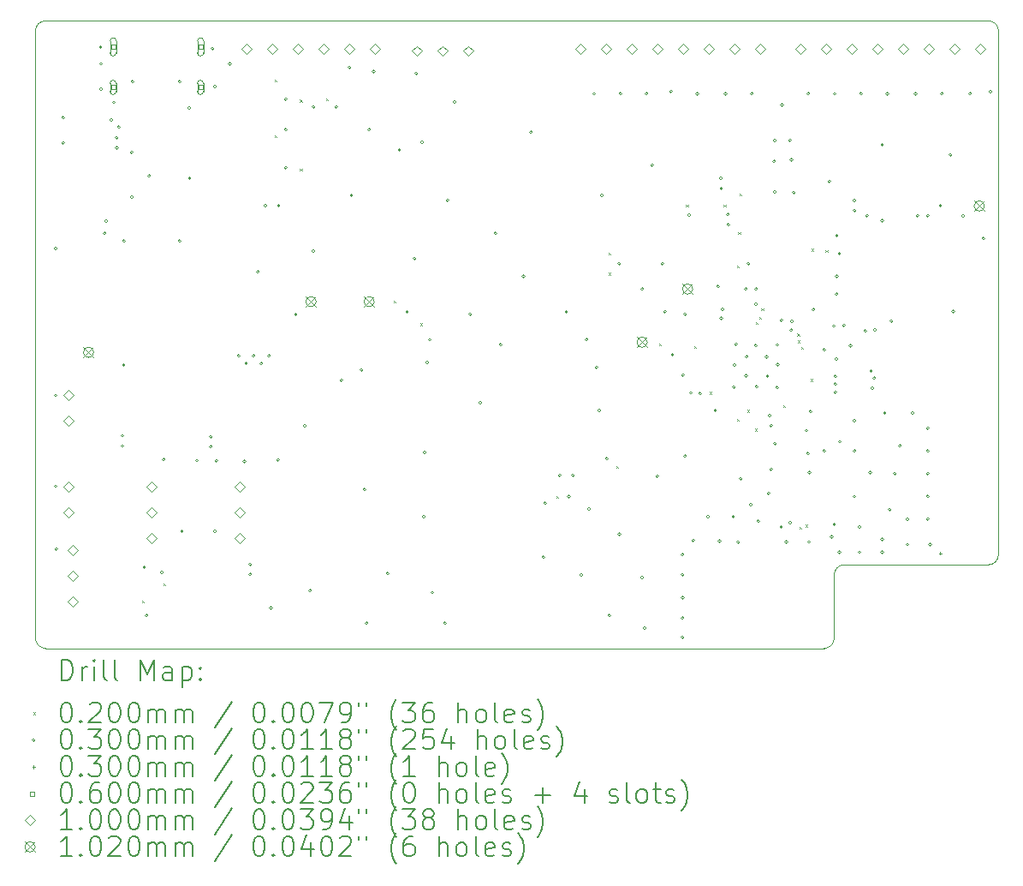
<source format=gbr>
%TF.GenerationSoftware,KiCad,Pcbnew,9.0.0-rc3*%
%TF.CreationDate,2025-05-17T15:27:25+02:00*%
%TF.ProjectId,Processing_board,50726f63-6573-4736-996e-675f626f6172,rev?*%
%TF.SameCoordinates,Original*%
%TF.FileFunction,Drillmap*%
%TF.FilePolarity,Positive*%
%FSLAX45Y45*%
G04 Gerber Fmt 4.5, Leading zero omitted, Abs format (unit mm)*
G04 Created by KiCad (PCBNEW 9.0.0-rc3) date 2025-05-17 15:27:25*
%MOMM*%
%LPD*%
G01*
G04 APERTURE LIST*
%ADD10C,0.050000*%
%ADD11C,0.200000*%
%ADD12C,0.100000*%
%ADD13C,0.102000*%
G04 APERTURE END LIST*
D10*
X17300000Y-11975000D02*
X15875000Y-11975000D01*
X15775000Y-12700000D02*
G75*
G02*
X15675000Y-12800000I-100000J0D01*
G01*
X17300000Y-6600000D02*
G75*
G02*
X17400000Y-6700000I0J-100000D01*
G01*
X17400000Y-6700000D02*
X17400000Y-11875000D01*
X15775000Y-12075000D02*
X15775000Y-12700000D01*
X17400000Y-11875000D02*
G75*
G02*
X17300000Y-11975000I-100000J0D01*
G01*
X7875000Y-6700000D02*
G75*
G02*
X7975000Y-6600000I100000J0D01*
G01*
X7875000Y-12700000D02*
X7875000Y-6700000D01*
X7975000Y-6600000D02*
X17300000Y-6600000D01*
X7975000Y-12800000D02*
G75*
G02*
X7875000Y-12700000I0J100000D01*
G01*
X15775000Y-12075000D02*
G75*
G02*
X15875000Y-11975000I100000J0D01*
G01*
X15675000Y-12800000D02*
X7975000Y-12800000D01*
D11*
D12*
X8930000Y-12330000D02*
X8950000Y-12350000D01*
X8950000Y-12330000D02*
X8930000Y-12350000D01*
X9140000Y-12160000D02*
X9160000Y-12180000D01*
X9160000Y-12160000D02*
X9140000Y-12180000D01*
X10240000Y-7180000D02*
X10260000Y-7200000D01*
X10260000Y-7180000D02*
X10240000Y-7200000D01*
X10240000Y-7730000D02*
X10260000Y-7750000D01*
X10260000Y-7730000D02*
X10240000Y-7750000D01*
X10490000Y-7380000D02*
X10510000Y-7400000D01*
X10510000Y-7380000D02*
X10490000Y-7400000D01*
X10490000Y-8060000D02*
X10510000Y-8080000D01*
X10510000Y-8060000D02*
X10490000Y-8080000D01*
X10746000Y-7364000D02*
X10766000Y-7384000D01*
X10766000Y-7364000D02*
X10746000Y-7384000D01*
X11420000Y-9365000D02*
X11440000Y-9385000D01*
X11440000Y-9365000D02*
X11420000Y-9385000D01*
X11680000Y-9590100D02*
X11700000Y-9610100D01*
X11700000Y-9590100D02*
X11680000Y-9610100D01*
X13028000Y-11293000D02*
X13048000Y-11313000D01*
X13048000Y-11293000D02*
X13028000Y-11313000D01*
X13540000Y-8890000D02*
X13560000Y-8910000D01*
X13560000Y-8890000D02*
X13540000Y-8910000D01*
X13540000Y-9090000D02*
X13560000Y-9110000D01*
X13560000Y-9090000D02*
X13540000Y-9110000D01*
X13620000Y-11000000D02*
X13640000Y-11020000D01*
X13640000Y-11000000D02*
X13620000Y-11020000D01*
X14040000Y-9790000D02*
X14060000Y-9810000D01*
X14060000Y-9790000D02*
X14040000Y-9810000D01*
X14310000Y-8417500D02*
X14330000Y-8437500D01*
X14330000Y-8417500D02*
X14310000Y-8437500D01*
X14390000Y-9815000D02*
X14410000Y-9835000D01*
X14410000Y-9815000D02*
X14390000Y-9835000D01*
X14540000Y-10265000D02*
X14560000Y-10285000D01*
X14560000Y-10265000D02*
X14540000Y-10285000D01*
X14680000Y-8417500D02*
X14700000Y-8437500D01*
X14700000Y-8417500D02*
X14680000Y-8437500D01*
X14813350Y-10533213D02*
X14833350Y-10553213D01*
X14833350Y-10533213D02*
X14813350Y-10553213D01*
X14815000Y-9015000D02*
X14835000Y-9035000D01*
X14835000Y-9015000D02*
X14815000Y-9035000D01*
X14824500Y-8687000D02*
X14844500Y-8707000D01*
X14844500Y-8687000D02*
X14824500Y-8707000D01*
X14836510Y-8307880D02*
X14856510Y-8327880D01*
X14856510Y-8307880D02*
X14836510Y-8327880D01*
X14914968Y-10444321D02*
X14934968Y-10464321D01*
X14934968Y-10444321D02*
X14914968Y-10464321D01*
X14990000Y-10630000D02*
X15010000Y-10650000D01*
X15010000Y-10630000D02*
X14990000Y-10650000D01*
X14996832Y-9573931D02*
X15016832Y-9593931D01*
X15016832Y-9573931D02*
X14996832Y-9593931D01*
X15035395Y-9525147D02*
X15055395Y-9545147D01*
X15055395Y-9525147D02*
X15035395Y-9545147D01*
X15055436Y-9439929D02*
X15075436Y-9459929D01*
X15075436Y-9439929D02*
X15055436Y-9459929D01*
X15272377Y-10395000D02*
X15292377Y-10415000D01*
X15292377Y-10395000D02*
X15272377Y-10415000D01*
X15410286Y-9690000D02*
X15430286Y-9710000D01*
X15430286Y-9690000D02*
X15410286Y-9710000D01*
X15414038Y-9757100D02*
X15434038Y-9777100D01*
X15434038Y-9757100D02*
X15414038Y-9777100D01*
X15431760Y-11599521D02*
X15451760Y-11619521D01*
X15451760Y-11599521D02*
X15431760Y-11619521D01*
X15447900Y-9822100D02*
X15467900Y-9842100D01*
X15467900Y-9822100D02*
X15447900Y-9842100D01*
X15490000Y-11580000D02*
X15510000Y-11600000D01*
X15510000Y-11580000D02*
X15490000Y-11600000D01*
X15540000Y-10140000D02*
X15560000Y-10160000D01*
X15560000Y-10140000D02*
X15540000Y-10160000D01*
X15551502Y-8853498D02*
X15571502Y-8873498D01*
X15571502Y-8853498D02*
X15551502Y-8873498D01*
X15690000Y-8865000D02*
X15710000Y-8885000D01*
X15710000Y-8865000D02*
X15690000Y-8885000D01*
X8090000Y-8850000D02*
G75*
G02*
X8060000Y-8850000I-15000J0D01*
G01*
X8060000Y-8850000D02*
G75*
G02*
X8090000Y-8850000I15000J0D01*
G01*
X8090000Y-10300000D02*
G75*
G02*
X8060000Y-10300000I-15000J0D01*
G01*
X8060000Y-10300000D02*
G75*
G02*
X8090000Y-10300000I15000J0D01*
G01*
X8090000Y-11200000D02*
G75*
G02*
X8060000Y-11200000I-15000J0D01*
G01*
X8060000Y-11200000D02*
G75*
G02*
X8090000Y-11200000I15000J0D01*
G01*
X8095000Y-11820000D02*
G75*
G02*
X8065000Y-11820000I-15000J0D01*
G01*
X8065000Y-11820000D02*
G75*
G02*
X8095000Y-11820000I15000J0D01*
G01*
X8163000Y-7555000D02*
G75*
G02*
X8133000Y-7555000I-15000J0D01*
G01*
X8133000Y-7555000D02*
G75*
G02*
X8163000Y-7555000I15000J0D01*
G01*
X8163000Y-7805000D02*
G75*
G02*
X8133000Y-7805000I-15000J0D01*
G01*
X8133000Y-7805000D02*
G75*
G02*
X8163000Y-7805000I15000J0D01*
G01*
X8535000Y-6860000D02*
G75*
G02*
X8505000Y-6860000I-15000J0D01*
G01*
X8505000Y-6860000D02*
G75*
G02*
X8535000Y-6860000I15000J0D01*
G01*
X8540000Y-7025000D02*
G75*
G02*
X8510000Y-7025000I-15000J0D01*
G01*
X8510000Y-7025000D02*
G75*
G02*
X8540000Y-7025000I15000J0D01*
G01*
X8540000Y-7275000D02*
G75*
G02*
X8510000Y-7275000I-15000J0D01*
G01*
X8510000Y-7275000D02*
G75*
G02*
X8540000Y-7275000I15000J0D01*
G01*
X8575000Y-8700000D02*
G75*
G02*
X8545000Y-8700000I-15000J0D01*
G01*
X8545000Y-8700000D02*
G75*
G02*
X8575000Y-8700000I15000J0D01*
G01*
X8590000Y-8580000D02*
G75*
G02*
X8560000Y-8580000I-15000J0D01*
G01*
X8560000Y-8580000D02*
G75*
G02*
X8590000Y-8580000I15000J0D01*
G01*
X8640000Y-7580000D02*
G75*
G02*
X8610000Y-7580000I-15000J0D01*
G01*
X8610000Y-7580000D02*
G75*
G02*
X8640000Y-7580000I15000J0D01*
G01*
X8665000Y-7405000D02*
G75*
G02*
X8635000Y-7405000I-15000J0D01*
G01*
X8635000Y-7405000D02*
G75*
G02*
X8665000Y-7405000I15000J0D01*
G01*
X8694500Y-7755000D02*
G75*
G02*
X8664500Y-7755000I-15000J0D01*
G01*
X8664500Y-7755000D02*
G75*
G02*
X8694500Y-7755000I15000J0D01*
G01*
X8694500Y-7855000D02*
G75*
G02*
X8664500Y-7855000I-15000J0D01*
G01*
X8664500Y-7855000D02*
G75*
G02*
X8694500Y-7855000I15000J0D01*
G01*
X8715000Y-7650000D02*
G75*
G02*
X8685000Y-7650000I-15000J0D01*
G01*
X8685000Y-7650000D02*
G75*
G02*
X8715000Y-7650000I15000J0D01*
G01*
X8749700Y-10700250D02*
G75*
G02*
X8719700Y-10700250I-15000J0D01*
G01*
X8719700Y-10700250D02*
G75*
G02*
X8749700Y-10700250I15000J0D01*
G01*
X8749700Y-10800250D02*
G75*
G02*
X8719700Y-10800250I-15000J0D01*
G01*
X8719700Y-10800250D02*
G75*
G02*
X8749700Y-10800250I15000J0D01*
G01*
X8763000Y-10002000D02*
G75*
G02*
X8733000Y-10002000I-15000J0D01*
G01*
X8733000Y-10002000D02*
G75*
G02*
X8763000Y-10002000I15000J0D01*
G01*
X8765000Y-8775000D02*
G75*
G02*
X8735000Y-8775000I-15000J0D01*
G01*
X8735000Y-8775000D02*
G75*
G02*
X8765000Y-8775000I15000J0D01*
G01*
X8840000Y-7900000D02*
G75*
G02*
X8810000Y-7900000I-15000J0D01*
G01*
X8810000Y-7900000D02*
G75*
G02*
X8840000Y-7900000I15000J0D01*
G01*
X8843500Y-8340000D02*
G75*
G02*
X8813500Y-8340000I-15000J0D01*
G01*
X8813500Y-8340000D02*
G75*
G02*
X8843500Y-8340000I15000J0D01*
G01*
X8850000Y-7200000D02*
G75*
G02*
X8820000Y-7200000I-15000J0D01*
G01*
X8820000Y-7200000D02*
G75*
G02*
X8850000Y-7200000I15000J0D01*
G01*
X8965000Y-12000000D02*
G75*
G02*
X8935000Y-12000000I-15000J0D01*
G01*
X8935000Y-12000000D02*
G75*
G02*
X8965000Y-12000000I15000J0D01*
G01*
X8990000Y-12475000D02*
G75*
G02*
X8960000Y-12475000I-15000J0D01*
G01*
X8960000Y-12475000D02*
G75*
G02*
X8990000Y-12475000I15000J0D01*
G01*
X9015000Y-8132000D02*
G75*
G02*
X8985000Y-8132000I-15000J0D01*
G01*
X8985000Y-8132000D02*
G75*
G02*
X9015000Y-8132000I15000J0D01*
G01*
X9140000Y-12050000D02*
G75*
G02*
X9110000Y-12050000I-15000J0D01*
G01*
X9110000Y-12050000D02*
G75*
G02*
X9140000Y-12050000I15000J0D01*
G01*
X9157500Y-10935000D02*
G75*
G02*
X9127500Y-10935000I-15000J0D01*
G01*
X9127500Y-10935000D02*
G75*
G02*
X9157500Y-10935000I15000J0D01*
G01*
X9315000Y-7200000D02*
G75*
G02*
X9285000Y-7200000I-15000J0D01*
G01*
X9285000Y-7200000D02*
G75*
G02*
X9315000Y-7200000I15000J0D01*
G01*
X9315000Y-8775000D02*
G75*
G02*
X9285000Y-8775000I-15000J0D01*
G01*
X9285000Y-8775000D02*
G75*
G02*
X9315000Y-8775000I15000J0D01*
G01*
X9338800Y-11644750D02*
G75*
G02*
X9308800Y-11644750I-15000J0D01*
G01*
X9308800Y-11644750D02*
G75*
G02*
X9338800Y-11644750I15000J0D01*
G01*
X9410000Y-7461066D02*
G75*
G02*
X9380000Y-7461066I-15000J0D01*
G01*
X9380000Y-7461066D02*
G75*
G02*
X9410000Y-7461066I15000J0D01*
G01*
X9415000Y-8154000D02*
G75*
G02*
X9385000Y-8154000I-15000J0D01*
G01*
X9385000Y-8154000D02*
G75*
G02*
X9415000Y-8154000I15000J0D01*
G01*
X9485000Y-10945000D02*
G75*
G02*
X9455000Y-10945000I-15000J0D01*
G01*
X9455000Y-10945000D02*
G75*
G02*
X9485000Y-10945000I15000J0D01*
G01*
X9624500Y-10709250D02*
G75*
G02*
X9594500Y-10709250I-15000J0D01*
G01*
X9594500Y-10709250D02*
G75*
G02*
X9624500Y-10709250I15000J0D01*
G01*
X9624500Y-10809250D02*
G75*
G02*
X9594500Y-10809250I-15000J0D01*
G01*
X9594500Y-10809250D02*
G75*
G02*
X9624500Y-10809250I15000J0D01*
G01*
X9640000Y-6875000D02*
G75*
G02*
X9610000Y-6875000I-15000J0D01*
G01*
X9610000Y-6875000D02*
G75*
G02*
X9640000Y-6875000I15000J0D01*
G01*
X9663800Y-11644750D02*
G75*
G02*
X9633800Y-11644750I-15000J0D01*
G01*
X9633800Y-11644750D02*
G75*
G02*
X9663800Y-11644750I15000J0D01*
G01*
X9665000Y-7250000D02*
G75*
G02*
X9635000Y-7250000I-15000J0D01*
G01*
X9635000Y-7250000D02*
G75*
G02*
X9665000Y-7250000I15000J0D01*
G01*
X9680000Y-10947500D02*
G75*
G02*
X9650000Y-10947500I-15000J0D01*
G01*
X9650000Y-10947500D02*
G75*
G02*
X9680000Y-10947500I15000J0D01*
G01*
X9815000Y-7025000D02*
G75*
G02*
X9785000Y-7025000I-15000J0D01*
G01*
X9785000Y-7025000D02*
G75*
G02*
X9815000Y-7025000I15000J0D01*
G01*
X9899000Y-9910000D02*
G75*
G02*
X9869000Y-9910000I-15000J0D01*
G01*
X9869000Y-9910000D02*
G75*
G02*
X9899000Y-9910000I15000J0D01*
G01*
X9957500Y-10952500D02*
G75*
G02*
X9927500Y-10952500I-15000J0D01*
G01*
X9927500Y-10952500D02*
G75*
G02*
X9957500Y-10952500I15000J0D01*
G01*
X9974000Y-9985000D02*
G75*
G02*
X9944000Y-9985000I-15000J0D01*
G01*
X9944000Y-9985000D02*
G75*
G02*
X9974000Y-9985000I15000J0D01*
G01*
X10013800Y-11969750D02*
G75*
G02*
X9983800Y-11969750I-15000J0D01*
G01*
X9983800Y-11969750D02*
G75*
G02*
X10013800Y-11969750I15000J0D01*
G01*
X10013800Y-12069750D02*
G75*
G02*
X9983800Y-12069750I-15000J0D01*
G01*
X9983800Y-12069750D02*
G75*
G02*
X10013800Y-12069750I15000J0D01*
G01*
X10049000Y-9910000D02*
G75*
G02*
X10019000Y-9910000I-15000J0D01*
G01*
X10019000Y-9910000D02*
G75*
G02*
X10049000Y-9910000I15000J0D01*
G01*
X10090000Y-9080000D02*
G75*
G02*
X10060000Y-9080000I-15000J0D01*
G01*
X10060000Y-9080000D02*
G75*
G02*
X10090000Y-9080000I15000J0D01*
G01*
X10124000Y-9985000D02*
G75*
G02*
X10094000Y-9985000I-15000J0D01*
G01*
X10094000Y-9985000D02*
G75*
G02*
X10124000Y-9985000I15000J0D01*
G01*
X10165000Y-8425000D02*
G75*
G02*
X10135000Y-8425000I-15000J0D01*
G01*
X10135000Y-8425000D02*
G75*
G02*
X10165000Y-8425000I15000J0D01*
G01*
X10199000Y-9910000D02*
G75*
G02*
X10169000Y-9910000I-15000J0D01*
G01*
X10169000Y-9910000D02*
G75*
G02*
X10199000Y-9910000I15000J0D01*
G01*
X10220000Y-12400000D02*
G75*
G02*
X10190000Y-12400000I-15000J0D01*
G01*
X10190000Y-12400000D02*
G75*
G02*
X10220000Y-12400000I15000J0D01*
G01*
X10290000Y-10937500D02*
G75*
G02*
X10260000Y-10937500I-15000J0D01*
G01*
X10260000Y-10937500D02*
G75*
G02*
X10290000Y-10937500I15000J0D01*
G01*
X10295000Y-8425000D02*
G75*
G02*
X10265000Y-8425000I-15000J0D01*
G01*
X10265000Y-8425000D02*
G75*
G02*
X10295000Y-8425000I15000J0D01*
G01*
X10365000Y-7375000D02*
G75*
G02*
X10335000Y-7375000I-15000J0D01*
G01*
X10335000Y-7375000D02*
G75*
G02*
X10365000Y-7375000I15000J0D01*
G01*
X10365000Y-7675000D02*
G75*
G02*
X10335000Y-7675000I-15000J0D01*
G01*
X10335000Y-7675000D02*
G75*
G02*
X10365000Y-7675000I15000J0D01*
G01*
X10365000Y-8050000D02*
G75*
G02*
X10335000Y-8050000I-15000J0D01*
G01*
X10335000Y-8050000D02*
G75*
G02*
X10365000Y-8050000I15000J0D01*
G01*
X10465000Y-9500000D02*
G75*
G02*
X10435000Y-9500000I-15000J0D01*
G01*
X10435000Y-9500000D02*
G75*
G02*
X10465000Y-9500000I15000J0D01*
G01*
X10554500Y-10602000D02*
G75*
G02*
X10524500Y-10602000I-15000J0D01*
G01*
X10524500Y-10602000D02*
G75*
G02*
X10554500Y-10602000I15000J0D01*
G01*
X10605000Y-12230000D02*
G75*
G02*
X10575000Y-12230000I-15000J0D01*
G01*
X10575000Y-12230000D02*
G75*
G02*
X10605000Y-12230000I15000J0D01*
G01*
X10640000Y-7450000D02*
G75*
G02*
X10610000Y-7450000I-15000J0D01*
G01*
X10610000Y-7450000D02*
G75*
G02*
X10640000Y-7450000I15000J0D01*
G01*
X10640000Y-8875000D02*
G75*
G02*
X10610000Y-8875000I-15000J0D01*
G01*
X10610000Y-8875000D02*
G75*
G02*
X10640000Y-8875000I15000J0D01*
G01*
X10865000Y-7450000D02*
G75*
G02*
X10835000Y-7450000I-15000J0D01*
G01*
X10835000Y-7450000D02*
G75*
G02*
X10865000Y-7450000I15000J0D01*
G01*
X10915000Y-10150000D02*
G75*
G02*
X10885000Y-10150000I-15000J0D01*
G01*
X10885000Y-10150000D02*
G75*
G02*
X10915000Y-10150000I15000J0D01*
G01*
X10995000Y-7060000D02*
G75*
G02*
X10965000Y-7060000I-15000J0D01*
G01*
X10965000Y-7060000D02*
G75*
G02*
X10995000Y-7060000I15000J0D01*
G01*
X11015000Y-8325000D02*
G75*
G02*
X10985000Y-8325000I-15000J0D01*
G01*
X10985000Y-8325000D02*
G75*
G02*
X11015000Y-8325000I15000J0D01*
G01*
X11115000Y-10050000D02*
G75*
G02*
X11085000Y-10050000I-15000J0D01*
G01*
X11085000Y-10050000D02*
G75*
G02*
X11115000Y-10050000I15000J0D01*
G01*
X11144500Y-11229500D02*
G75*
G02*
X11114500Y-11229500I-15000J0D01*
G01*
X11114500Y-11229500D02*
G75*
G02*
X11144500Y-11229500I15000J0D01*
G01*
X11165000Y-12550000D02*
G75*
G02*
X11135000Y-12550000I-15000J0D01*
G01*
X11135000Y-12550000D02*
G75*
G02*
X11165000Y-12550000I15000J0D01*
G01*
X11190000Y-7675000D02*
G75*
G02*
X11160000Y-7675000I-15000J0D01*
G01*
X11160000Y-7675000D02*
G75*
G02*
X11190000Y-7675000I15000J0D01*
G01*
X11235000Y-7100000D02*
G75*
G02*
X11205000Y-7100000I-15000J0D01*
G01*
X11205000Y-7100000D02*
G75*
G02*
X11235000Y-7100000I15000J0D01*
G01*
X11374000Y-12060000D02*
G75*
G02*
X11344000Y-12060000I-15000J0D01*
G01*
X11344000Y-12060000D02*
G75*
G02*
X11374000Y-12060000I15000J0D01*
G01*
X11490000Y-7875000D02*
G75*
G02*
X11460000Y-7875000I-15000J0D01*
G01*
X11460000Y-7875000D02*
G75*
G02*
X11490000Y-7875000I15000J0D01*
G01*
X11565000Y-9475000D02*
G75*
G02*
X11535000Y-9475000I-15000J0D01*
G01*
X11535000Y-9475000D02*
G75*
G02*
X11565000Y-9475000I15000J0D01*
G01*
X11640000Y-8950000D02*
G75*
G02*
X11610000Y-8950000I-15000J0D01*
G01*
X11610000Y-8950000D02*
G75*
G02*
X11640000Y-8950000I15000J0D01*
G01*
X11655000Y-7120000D02*
G75*
G02*
X11625000Y-7120000I-15000J0D01*
G01*
X11625000Y-7120000D02*
G75*
G02*
X11655000Y-7120000I15000J0D01*
G01*
X11715000Y-7800000D02*
G75*
G02*
X11685000Y-7800000I-15000J0D01*
G01*
X11685000Y-7800000D02*
G75*
G02*
X11715000Y-7800000I15000J0D01*
G01*
X11730000Y-11500000D02*
G75*
G02*
X11700000Y-11500000I-15000J0D01*
G01*
X11700000Y-11500000D02*
G75*
G02*
X11730000Y-11500000I15000J0D01*
G01*
X11740000Y-10865000D02*
G75*
G02*
X11710000Y-10865000I-15000J0D01*
G01*
X11710000Y-10865000D02*
G75*
G02*
X11740000Y-10865000I15000J0D01*
G01*
X11765000Y-9975000D02*
G75*
G02*
X11735000Y-9975000I-15000J0D01*
G01*
X11735000Y-9975000D02*
G75*
G02*
X11765000Y-9975000I15000J0D01*
G01*
X11790000Y-9750000D02*
G75*
G02*
X11760000Y-9750000I-15000J0D01*
G01*
X11760000Y-9750000D02*
G75*
G02*
X11790000Y-9750000I15000J0D01*
G01*
X11815000Y-12250000D02*
G75*
G02*
X11785000Y-12250000I-15000J0D01*
G01*
X11785000Y-12250000D02*
G75*
G02*
X11815000Y-12250000I15000J0D01*
G01*
X11940000Y-12550000D02*
G75*
G02*
X11910000Y-12550000I-15000J0D01*
G01*
X11910000Y-12550000D02*
G75*
G02*
X11940000Y-12550000I15000J0D01*
G01*
X11965000Y-8375000D02*
G75*
G02*
X11935000Y-8375000I-15000J0D01*
G01*
X11935000Y-8375000D02*
G75*
G02*
X11965000Y-8375000I15000J0D01*
G01*
X12035000Y-7400000D02*
G75*
G02*
X12005000Y-7400000I-15000J0D01*
G01*
X12005000Y-7400000D02*
G75*
G02*
X12035000Y-7400000I15000J0D01*
G01*
X12190000Y-9500000D02*
G75*
G02*
X12160000Y-9500000I-15000J0D01*
G01*
X12160000Y-9500000D02*
G75*
G02*
X12190000Y-9500000I15000J0D01*
G01*
X12290000Y-10375000D02*
G75*
G02*
X12260000Y-10375000I-15000J0D01*
G01*
X12260000Y-10375000D02*
G75*
G02*
X12290000Y-10375000I15000J0D01*
G01*
X12440000Y-8700000D02*
G75*
G02*
X12410000Y-8700000I-15000J0D01*
G01*
X12410000Y-8700000D02*
G75*
G02*
X12440000Y-8700000I15000J0D01*
G01*
X12490000Y-9800000D02*
G75*
G02*
X12460000Y-9800000I-15000J0D01*
G01*
X12460000Y-9800000D02*
G75*
G02*
X12490000Y-9800000I15000J0D01*
G01*
X12715000Y-9125000D02*
G75*
G02*
X12685000Y-9125000I-15000J0D01*
G01*
X12685000Y-9125000D02*
G75*
G02*
X12715000Y-9125000I15000J0D01*
G01*
X12790000Y-7700000D02*
G75*
G02*
X12760000Y-7700000I-15000J0D01*
G01*
X12760000Y-7700000D02*
G75*
G02*
X12790000Y-7700000I15000J0D01*
G01*
X12915000Y-11900000D02*
G75*
G02*
X12885000Y-11900000I-15000J0D01*
G01*
X12885000Y-11900000D02*
G75*
G02*
X12915000Y-11900000I15000J0D01*
G01*
X12930000Y-11365000D02*
G75*
G02*
X12900000Y-11365000I-15000J0D01*
G01*
X12900000Y-11365000D02*
G75*
G02*
X12930000Y-11365000I15000J0D01*
G01*
X13075000Y-11089500D02*
G75*
G02*
X13045000Y-11089500I-15000J0D01*
G01*
X13045000Y-11089500D02*
G75*
G02*
X13075000Y-11089500I15000J0D01*
G01*
X13140000Y-9475000D02*
G75*
G02*
X13110000Y-9475000I-15000J0D01*
G01*
X13110000Y-9475000D02*
G75*
G02*
X13140000Y-9475000I15000J0D01*
G01*
X13165000Y-11300000D02*
G75*
G02*
X13135000Y-11300000I-15000J0D01*
G01*
X13135000Y-11300000D02*
G75*
G02*
X13165000Y-11300000I15000J0D01*
G01*
X13205000Y-11090000D02*
G75*
G02*
X13175000Y-11090000I-15000J0D01*
G01*
X13175000Y-11090000D02*
G75*
G02*
X13205000Y-11090000I15000J0D01*
G01*
X13290000Y-12075000D02*
G75*
G02*
X13260000Y-12075000I-15000J0D01*
G01*
X13260000Y-12075000D02*
G75*
G02*
X13290000Y-12075000I15000J0D01*
G01*
X13340000Y-9750000D02*
G75*
G02*
X13310000Y-9750000I-15000J0D01*
G01*
X13310000Y-9750000D02*
G75*
G02*
X13340000Y-9750000I15000J0D01*
G01*
X13365000Y-11425000D02*
G75*
G02*
X13335000Y-11425000I-15000J0D01*
G01*
X13335000Y-11425000D02*
G75*
G02*
X13365000Y-11425000I15000J0D01*
G01*
X13415000Y-7320000D02*
G75*
G02*
X13385000Y-7320000I-15000J0D01*
G01*
X13385000Y-7320000D02*
G75*
G02*
X13415000Y-7320000I15000J0D01*
G01*
X13437500Y-10025000D02*
G75*
G02*
X13407500Y-10025000I-15000J0D01*
G01*
X13407500Y-10025000D02*
G75*
G02*
X13437500Y-10025000I15000J0D01*
G01*
X13465000Y-10450000D02*
G75*
G02*
X13435000Y-10450000I-15000J0D01*
G01*
X13435000Y-10450000D02*
G75*
G02*
X13465000Y-10450000I15000J0D01*
G01*
X13490000Y-8325000D02*
G75*
G02*
X13460000Y-8325000I-15000J0D01*
G01*
X13460000Y-8325000D02*
G75*
G02*
X13490000Y-8325000I15000J0D01*
G01*
X13540000Y-10925000D02*
G75*
G02*
X13510000Y-10925000I-15000J0D01*
G01*
X13510000Y-10925000D02*
G75*
G02*
X13540000Y-10925000I15000J0D01*
G01*
X13565000Y-12475000D02*
G75*
G02*
X13535000Y-12475000I-15000J0D01*
G01*
X13535000Y-12475000D02*
G75*
G02*
X13565000Y-12475000I15000J0D01*
G01*
X13665000Y-9000000D02*
G75*
G02*
X13635000Y-9000000I-15000J0D01*
G01*
X13635000Y-9000000D02*
G75*
G02*
X13665000Y-9000000I15000J0D01*
G01*
X13665000Y-11675000D02*
G75*
G02*
X13635000Y-11675000I-15000J0D01*
G01*
X13635000Y-11675000D02*
G75*
G02*
X13665000Y-11675000I15000J0D01*
G01*
X13675000Y-7320000D02*
G75*
G02*
X13645000Y-7320000I-15000J0D01*
G01*
X13645000Y-7320000D02*
G75*
G02*
X13675000Y-7320000I15000J0D01*
G01*
X13890000Y-9250000D02*
G75*
G02*
X13860000Y-9250000I-15000J0D01*
G01*
X13860000Y-9250000D02*
G75*
G02*
X13890000Y-9250000I15000J0D01*
G01*
X13890000Y-12100000D02*
G75*
G02*
X13860000Y-12100000I-15000J0D01*
G01*
X13860000Y-12100000D02*
G75*
G02*
X13890000Y-12100000I15000J0D01*
G01*
X13915000Y-12600000D02*
G75*
G02*
X13885000Y-12600000I-15000J0D01*
G01*
X13885000Y-12600000D02*
G75*
G02*
X13915000Y-12600000I15000J0D01*
G01*
X13935000Y-7320000D02*
G75*
G02*
X13905000Y-7320000I-15000J0D01*
G01*
X13905000Y-7320000D02*
G75*
G02*
X13935000Y-7320000I15000J0D01*
G01*
X13990000Y-8025000D02*
G75*
G02*
X13960000Y-8025000I-15000J0D01*
G01*
X13960000Y-8025000D02*
G75*
G02*
X13990000Y-8025000I15000J0D01*
G01*
X14040000Y-11100000D02*
G75*
G02*
X14010000Y-11100000I-15000J0D01*
G01*
X14010000Y-11100000D02*
G75*
G02*
X14040000Y-11100000I15000J0D01*
G01*
X14090000Y-9000000D02*
G75*
G02*
X14060000Y-9000000I-15000J0D01*
G01*
X14060000Y-9000000D02*
G75*
G02*
X14090000Y-9000000I15000J0D01*
G01*
X14115000Y-9475000D02*
G75*
G02*
X14085000Y-9475000I-15000J0D01*
G01*
X14085000Y-9475000D02*
G75*
G02*
X14115000Y-9475000I15000J0D01*
G01*
X14175000Y-7300000D02*
G75*
G02*
X14145000Y-7300000I-15000J0D01*
G01*
X14145000Y-7300000D02*
G75*
G02*
X14175000Y-7300000I15000J0D01*
G01*
X14190000Y-9900000D02*
G75*
G02*
X14160000Y-9900000I-15000J0D01*
G01*
X14160000Y-9900000D02*
G75*
G02*
X14190000Y-9900000I15000J0D01*
G01*
X14288612Y-12690640D02*
G75*
G02*
X14258612Y-12690640I-15000J0D01*
G01*
X14258612Y-12690640D02*
G75*
G02*
X14288612Y-12690640I15000J0D01*
G01*
X14290000Y-11875000D02*
G75*
G02*
X14260000Y-11875000I-15000J0D01*
G01*
X14260000Y-11875000D02*
G75*
G02*
X14290000Y-11875000I15000J0D01*
G01*
X14290000Y-12075000D02*
G75*
G02*
X14260000Y-12075000I-15000J0D01*
G01*
X14260000Y-12075000D02*
G75*
G02*
X14290000Y-12075000I15000J0D01*
G01*
X14290000Y-12300000D02*
G75*
G02*
X14260000Y-12300000I-15000J0D01*
G01*
X14260000Y-12300000D02*
G75*
G02*
X14290000Y-12300000I15000J0D01*
G01*
X14290000Y-12500000D02*
G75*
G02*
X14260000Y-12500000I-15000J0D01*
G01*
X14260000Y-12500000D02*
G75*
G02*
X14290000Y-12500000I15000J0D01*
G01*
X14293047Y-10100000D02*
G75*
G02*
X14263047Y-10100000I-15000J0D01*
G01*
X14263047Y-10100000D02*
G75*
G02*
X14293047Y-10100000I15000J0D01*
G01*
X14315000Y-9500000D02*
G75*
G02*
X14285000Y-9500000I-15000J0D01*
G01*
X14285000Y-9500000D02*
G75*
G02*
X14315000Y-9500000I15000J0D01*
G01*
X14315000Y-10900000D02*
G75*
G02*
X14285000Y-10900000I-15000J0D01*
G01*
X14285000Y-10900000D02*
G75*
G02*
X14315000Y-10900000I15000J0D01*
G01*
X14355000Y-8520000D02*
G75*
G02*
X14325000Y-8520000I-15000J0D01*
G01*
X14325000Y-8520000D02*
G75*
G02*
X14355000Y-8520000I15000J0D01*
G01*
X14372047Y-10277000D02*
G75*
G02*
X14342047Y-10277000I-15000J0D01*
G01*
X14342047Y-10277000D02*
G75*
G02*
X14372047Y-10277000I15000J0D01*
G01*
X14395000Y-11735000D02*
G75*
G02*
X14365000Y-11735000I-15000J0D01*
G01*
X14365000Y-11735000D02*
G75*
G02*
X14395000Y-11735000I15000J0D01*
G01*
X14435000Y-7320000D02*
G75*
G02*
X14405000Y-7320000I-15000J0D01*
G01*
X14405000Y-7320000D02*
G75*
G02*
X14435000Y-7320000I15000J0D01*
G01*
X14465000Y-10282902D02*
G75*
G02*
X14435000Y-10282902I-15000J0D01*
G01*
X14435000Y-10282902D02*
G75*
G02*
X14465000Y-10282902I15000J0D01*
G01*
X14540000Y-11500000D02*
G75*
G02*
X14510000Y-11500000I-15000J0D01*
G01*
X14510000Y-11500000D02*
G75*
G02*
X14540000Y-11500000I15000J0D01*
G01*
X14615000Y-10450000D02*
G75*
G02*
X14585000Y-10450000I-15000J0D01*
G01*
X14585000Y-10450000D02*
G75*
G02*
X14615000Y-10450000I15000J0D01*
G01*
X14640000Y-9225000D02*
G75*
G02*
X14610000Y-9225000I-15000J0D01*
G01*
X14610000Y-9225000D02*
G75*
G02*
X14640000Y-9225000I15000J0D01*
G01*
X14655000Y-11740000D02*
G75*
G02*
X14625000Y-11740000I-15000J0D01*
G01*
X14625000Y-11740000D02*
G75*
G02*
X14655000Y-11740000I15000J0D01*
G01*
X14669001Y-8153950D02*
G75*
G02*
X14639001Y-8153950I-15000J0D01*
G01*
X14639001Y-8153950D02*
G75*
G02*
X14669001Y-8153950I15000J0D01*
G01*
X14671502Y-8256950D02*
G75*
G02*
X14641502Y-8256950I-15000J0D01*
G01*
X14641502Y-8256950D02*
G75*
G02*
X14671502Y-8256950I15000J0D01*
G01*
X14672500Y-9540000D02*
G75*
G02*
X14642500Y-9540000I-15000J0D01*
G01*
X14642500Y-9540000D02*
G75*
G02*
X14672500Y-9540000I15000J0D01*
G01*
X14685000Y-9450000D02*
G75*
G02*
X14655000Y-9450000I-15000J0D01*
G01*
X14655000Y-9450000D02*
G75*
G02*
X14685000Y-9450000I15000J0D01*
G01*
X14715000Y-7320000D02*
G75*
G02*
X14685000Y-7320000I-15000J0D01*
G01*
X14685000Y-7320000D02*
G75*
G02*
X14715000Y-7320000I15000J0D01*
G01*
X14739002Y-8511950D02*
G75*
G02*
X14709002Y-8511950I-15000J0D01*
G01*
X14709002Y-8511950D02*
G75*
G02*
X14739002Y-8511950I15000J0D01*
G01*
X14741502Y-8614450D02*
G75*
G02*
X14711502Y-8614450I-15000J0D01*
G01*
X14711502Y-8614450D02*
G75*
G02*
X14741502Y-8614450I15000J0D01*
G01*
X14790000Y-11500000D02*
G75*
G02*
X14760000Y-11500000I-15000J0D01*
G01*
X14760000Y-11500000D02*
G75*
G02*
X14790000Y-11500000I15000J0D01*
G01*
X14797500Y-10220000D02*
G75*
G02*
X14767500Y-10220000I-15000J0D01*
G01*
X14767500Y-10220000D02*
G75*
G02*
X14797500Y-10220000I15000J0D01*
G01*
X14805000Y-10000000D02*
G75*
G02*
X14775000Y-10000000I-15000J0D01*
G01*
X14775000Y-10000000D02*
G75*
G02*
X14805000Y-10000000I15000J0D01*
G01*
X14817500Y-9795000D02*
G75*
G02*
X14787500Y-9795000I-15000J0D01*
G01*
X14787500Y-9795000D02*
G75*
G02*
X14817500Y-9795000I15000J0D01*
G01*
X14840000Y-11750000D02*
G75*
G02*
X14810000Y-11750000I-15000J0D01*
G01*
X14810000Y-11750000D02*
G75*
G02*
X14840000Y-11750000I15000J0D01*
G01*
X14865000Y-11125000D02*
G75*
G02*
X14835000Y-11125000I-15000J0D01*
G01*
X14835000Y-11125000D02*
G75*
G02*
X14865000Y-11125000I15000J0D01*
G01*
X14917000Y-9250000D02*
G75*
G02*
X14887000Y-9250000I-15000J0D01*
G01*
X14887000Y-9250000D02*
G75*
G02*
X14917000Y-9250000I15000J0D01*
G01*
X14917500Y-10107500D02*
G75*
G02*
X14887500Y-10107500I-15000J0D01*
G01*
X14887500Y-10107500D02*
G75*
G02*
X14917500Y-10107500I15000J0D01*
G01*
X14925000Y-9917500D02*
G75*
G02*
X14895000Y-9917500I-15000J0D01*
G01*
X14895000Y-9917500D02*
G75*
G02*
X14925000Y-9917500I15000J0D01*
G01*
X14942034Y-8999422D02*
G75*
G02*
X14912034Y-8999422I-15000J0D01*
G01*
X14912034Y-8999422D02*
G75*
G02*
X14942034Y-8999422I15000J0D01*
G01*
X14965000Y-11380000D02*
G75*
G02*
X14935000Y-11380000I-15000J0D01*
G01*
X14935000Y-11380000D02*
G75*
G02*
X14965000Y-11380000I15000J0D01*
G01*
X14975000Y-7320000D02*
G75*
G02*
X14945000Y-7320000I-15000J0D01*
G01*
X14945000Y-7320000D02*
G75*
G02*
X14975000Y-7320000I15000J0D01*
G01*
X15012500Y-9807500D02*
G75*
G02*
X14982500Y-9807500I-15000J0D01*
G01*
X14982500Y-9807500D02*
G75*
G02*
X15012500Y-9807500I15000J0D01*
G01*
X15017000Y-9250000D02*
G75*
G02*
X14987000Y-9250000I-15000J0D01*
G01*
X14987000Y-9250000D02*
G75*
G02*
X15017000Y-9250000I15000J0D01*
G01*
X15017000Y-9400000D02*
G75*
G02*
X14987000Y-9400000I-15000J0D01*
G01*
X14987000Y-9400000D02*
G75*
G02*
X15017000Y-9400000I15000J0D01*
G01*
X15022500Y-10215000D02*
G75*
G02*
X14992500Y-10215000I-15000J0D01*
G01*
X14992500Y-10215000D02*
G75*
G02*
X15022500Y-10215000I15000J0D01*
G01*
X15040000Y-11545000D02*
G75*
G02*
X15010000Y-11545000I-15000J0D01*
G01*
X15010000Y-11545000D02*
G75*
G02*
X15040000Y-11545000I15000J0D01*
G01*
X15122500Y-9920000D02*
G75*
G02*
X15092500Y-9920000I-15000J0D01*
G01*
X15092500Y-9920000D02*
G75*
G02*
X15122500Y-9920000I15000J0D01*
G01*
X15130000Y-10110000D02*
G75*
G02*
X15100000Y-10110000I-15000J0D01*
G01*
X15100000Y-10110000D02*
G75*
G02*
X15130000Y-10110000I15000J0D01*
G01*
X15140000Y-11270000D02*
G75*
G02*
X15110000Y-11270000I-15000J0D01*
G01*
X15110000Y-11270000D02*
G75*
G02*
X15140000Y-11270000I15000J0D01*
G01*
X15150000Y-10500000D02*
G75*
G02*
X15120000Y-10500000I-15000J0D01*
G01*
X15120000Y-10500000D02*
G75*
G02*
X15150000Y-10500000I15000J0D01*
G01*
X15165000Y-10600000D02*
G75*
G02*
X15135000Y-10600000I-15000J0D01*
G01*
X15135000Y-10600000D02*
G75*
G02*
X15165000Y-10600000I15000J0D01*
G01*
X15165000Y-11032584D02*
G75*
G02*
X15135000Y-11032584I-15000J0D01*
G01*
X15135000Y-11032584D02*
G75*
G02*
X15165000Y-11032584I15000J0D01*
G01*
X15196502Y-7986950D02*
G75*
G02*
X15166502Y-7986950I-15000J0D01*
G01*
X15166502Y-7986950D02*
G75*
G02*
X15196502Y-7986950I15000J0D01*
G01*
X15201502Y-7781950D02*
G75*
G02*
X15171502Y-7781950I-15000J0D01*
G01*
X15171502Y-7781950D02*
G75*
G02*
X15201502Y-7781950I15000J0D01*
G01*
X15201502Y-8291950D02*
G75*
G02*
X15171502Y-8291950I-15000J0D01*
G01*
X15171502Y-8291950D02*
G75*
G02*
X15201502Y-8291950I15000J0D01*
G01*
X15205465Y-10778084D02*
G75*
G02*
X15175465Y-10778084I-15000J0D01*
G01*
X15175465Y-10778084D02*
G75*
G02*
X15205465Y-10778084I15000J0D01*
G01*
X15225000Y-10222500D02*
G75*
G02*
X15195000Y-10222500I-15000J0D01*
G01*
X15195000Y-10222500D02*
G75*
G02*
X15225000Y-10222500I15000J0D01*
G01*
X15227500Y-9802500D02*
G75*
G02*
X15197500Y-9802500I-15000J0D01*
G01*
X15197500Y-9802500D02*
G75*
G02*
X15227500Y-9802500I15000J0D01*
G01*
X15232500Y-9997500D02*
G75*
G02*
X15202500Y-9997500I-15000J0D01*
G01*
X15202500Y-9997500D02*
G75*
G02*
X15232500Y-9997500I15000J0D01*
G01*
X15265000Y-11600000D02*
G75*
G02*
X15235000Y-11600000I-15000J0D01*
G01*
X15235000Y-11600000D02*
G75*
G02*
X15265000Y-11600000I15000J0D01*
G01*
X15267784Y-9560000D02*
G75*
G02*
X15237784Y-9560000I-15000J0D01*
G01*
X15237784Y-9560000D02*
G75*
G02*
X15267784Y-9560000I15000J0D01*
G01*
X15275000Y-7431950D02*
G75*
G02*
X15245000Y-7431950I-15000J0D01*
G01*
X15245000Y-7431950D02*
G75*
G02*
X15275000Y-7431950I15000J0D01*
G01*
X15315000Y-11750000D02*
G75*
G02*
X15285000Y-11750000I-15000J0D01*
G01*
X15285000Y-11750000D02*
G75*
G02*
X15315000Y-11750000I15000J0D01*
G01*
X15351502Y-7781950D02*
G75*
G02*
X15321502Y-7781950I-15000J0D01*
G01*
X15321502Y-7781950D02*
G75*
G02*
X15351502Y-7781950I15000J0D01*
G01*
X15355000Y-11560000D02*
G75*
G02*
X15325000Y-11560000I-15000J0D01*
G01*
X15325000Y-11560000D02*
G75*
G02*
X15355000Y-11560000I15000J0D01*
G01*
X15365000Y-9655000D02*
G75*
G02*
X15335000Y-9655000I-15000J0D01*
G01*
X15335000Y-9655000D02*
G75*
G02*
X15365000Y-9655000I15000J0D01*
G01*
X15366502Y-7971950D02*
G75*
G02*
X15336502Y-7971950I-15000J0D01*
G01*
X15336502Y-7971950D02*
G75*
G02*
X15366502Y-7971950I15000J0D01*
G01*
X15370000Y-9570000D02*
G75*
G02*
X15340000Y-9570000I-15000J0D01*
G01*
X15340000Y-9570000D02*
G75*
G02*
X15370000Y-9570000I15000J0D01*
G01*
X15391502Y-8296950D02*
G75*
G02*
X15361502Y-8296950I-15000J0D01*
G01*
X15361502Y-8296950D02*
G75*
G02*
X15391502Y-8296950I15000J0D01*
G01*
X15515000Y-10650000D02*
G75*
G02*
X15485000Y-10650000I-15000J0D01*
G01*
X15485000Y-10650000D02*
G75*
G02*
X15515000Y-10650000I15000J0D01*
G01*
X15530000Y-10875000D02*
G75*
G02*
X15500000Y-10875000I-15000J0D01*
G01*
X15500000Y-10875000D02*
G75*
G02*
X15530000Y-10875000I15000J0D01*
G01*
X15535000Y-7320000D02*
G75*
G02*
X15505000Y-7320000I-15000J0D01*
G01*
X15505000Y-7320000D02*
G75*
G02*
X15535000Y-7320000I15000J0D01*
G01*
X15540000Y-11750000D02*
G75*
G02*
X15510000Y-11750000I-15000J0D01*
G01*
X15510000Y-11750000D02*
G75*
G02*
X15540000Y-11750000I15000J0D01*
G01*
X15544965Y-11062584D02*
G75*
G02*
X15514965Y-11062584I-15000J0D01*
G01*
X15514965Y-11062584D02*
G75*
G02*
X15544965Y-11062584I15000J0D01*
G01*
X15554500Y-10460000D02*
G75*
G02*
X15524500Y-10460000I-15000J0D01*
G01*
X15524500Y-10460000D02*
G75*
G02*
X15554500Y-10460000I15000J0D01*
G01*
X15585000Y-9451000D02*
G75*
G02*
X15555000Y-9451000I-15000J0D01*
G01*
X15555000Y-9451000D02*
G75*
G02*
X15585000Y-9451000I15000J0D01*
G01*
X15690000Y-9850000D02*
G75*
G02*
X15660000Y-9850000I-15000J0D01*
G01*
X15660000Y-9850000D02*
G75*
G02*
X15690000Y-9850000I15000J0D01*
G01*
X15690000Y-10850000D02*
G75*
G02*
X15660000Y-10850000I-15000J0D01*
G01*
X15660000Y-10850000D02*
G75*
G02*
X15690000Y-10850000I15000J0D01*
G01*
X15741502Y-8186950D02*
G75*
G02*
X15711502Y-8186950I-15000J0D01*
G01*
X15711502Y-8186950D02*
G75*
G02*
X15741502Y-8186950I15000J0D01*
G01*
X15765000Y-11700000D02*
G75*
G02*
X15735000Y-11700000I-15000J0D01*
G01*
X15735000Y-11700000D02*
G75*
G02*
X15765000Y-11700000I15000J0D01*
G01*
X15784500Y-9616000D02*
G75*
G02*
X15754500Y-9616000I-15000J0D01*
G01*
X15754500Y-9616000D02*
G75*
G02*
X15784500Y-9616000I15000J0D01*
G01*
X15790000Y-11575000D02*
G75*
G02*
X15760000Y-11575000I-15000J0D01*
G01*
X15760000Y-11575000D02*
G75*
G02*
X15790000Y-11575000I15000J0D01*
G01*
X15795000Y-7320000D02*
G75*
G02*
X15765000Y-7320000I-15000J0D01*
G01*
X15765000Y-7320000D02*
G75*
G02*
X15795000Y-7320000I15000J0D01*
G01*
X15798944Y-10112945D02*
G75*
G02*
X15768944Y-10112945I-15000J0D01*
G01*
X15768944Y-10112945D02*
G75*
G02*
X15798944Y-10112945I15000J0D01*
G01*
X15801000Y-10191000D02*
G75*
G02*
X15771000Y-10191000I-15000J0D01*
G01*
X15771000Y-10191000D02*
G75*
G02*
X15801000Y-10191000I15000J0D01*
G01*
X15801000Y-10271000D02*
G75*
G02*
X15771000Y-10271000I-15000J0D01*
G01*
X15771000Y-10271000D02*
G75*
G02*
X15801000Y-10271000I15000J0D01*
G01*
X15811000Y-9941000D02*
G75*
G02*
X15781000Y-9941000I-15000J0D01*
G01*
X15781000Y-9941000D02*
G75*
G02*
X15811000Y-9941000I15000J0D01*
G01*
X15815000Y-8723398D02*
G75*
G02*
X15785000Y-8723398I-15000J0D01*
G01*
X15785000Y-8723398D02*
G75*
G02*
X15815000Y-8723398I15000J0D01*
G01*
X15815000Y-9125000D02*
G75*
G02*
X15785000Y-9125000I-15000J0D01*
G01*
X15785000Y-9125000D02*
G75*
G02*
X15815000Y-9125000I15000J0D01*
G01*
X15815000Y-9300000D02*
G75*
G02*
X15785000Y-9300000I-15000J0D01*
G01*
X15785000Y-9300000D02*
G75*
G02*
X15815000Y-9300000I15000J0D01*
G01*
X15840000Y-8900000D02*
G75*
G02*
X15810000Y-8900000I-15000J0D01*
G01*
X15810000Y-8900000D02*
G75*
G02*
X15840000Y-8900000I15000J0D01*
G01*
X15840000Y-11850000D02*
G75*
G02*
X15810000Y-11850000I-15000J0D01*
G01*
X15810000Y-11850000D02*
G75*
G02*
X15840000Y-11850000I15000J0D01*
G01*
X15844965Y-10757584D02*
G75*
G02*
X15814965Y-10757584I-15000J0D01*
G01*
X15814965Y-10757584D02*
G75*
G02*
X15844965Y-10757584I15000J0D01*
G01*
X15885000Y-9610000D02*
G75*
G02*
X15855000Y-9610000I-15000J0D01*
G01*
X15855000Y-9610000D02*
G75*
G02*
X15885000Y-9610000I15000J0D01*
G01*
X15951500Y-9811000D02*
G75*
G02*
X15921500Y-9811000I-15000J0D01*
G01*
X15921500Y-9811000D02*
G75*
G02*
X15951500Y-9811000I15000J0D01*
G01*
X15990000Y-8375000D02*
G75*
G02*
X15960000Y-8375000I-15000J0D01*
G01*
X15960000Y-8375000D02*
G75*
G02*
X15990000Y-8375000I15000J0D01*
G01*
X15990000Y-8475000D02*
G75*
G02*
X15960000Y-8475000I-15000J0D01*
G01*
X15960000Y-8475000D02*
G75*
G02*
X15990000Y-8475000I15000J0D01*
G01*
X15990000Y-10550000D02*
G75*
G02*
X15960000Y-10550000I-15000J0D01*
G01*
X15960000Y-10550000D02*
G75*
G02*
X15990000Y-10550000I15000J0D01*
G01*
X15990000Y-10850000D02*
G75*
G02*
X15960000Y-10850000I-15000J0D01*
G01*
X15960000Y-10850000D02*
G75*
G02*
X15990000Y-10850000I15000J0D01*
G01*
X15990000Y-11300000D02*
G75*
G02*
X15960000Y-11300000I-15000J0D01*
G01*
X15960000Y-11300000D02*
G75*
G02*
X15990000Y-11300000I15000J0D01*
G01*
X16040000Y-11600000D02*
G75*
G02*
X16010000Y-11600000I-15000J0D01*
G01*
X16010000Y-11600000D02*
G75*
G02*
X16040000Y-11600000I15000J0D01*
G01*
X16040000Y-11850000D02*
G75*
G02*
X16010000Y-11850000I-15000J0D01*
G01*
X16010000Y-11850000D02*
G75*
G02*
X16040000Y-11850000I15000J0D01*
G01*
X16055000Y-7320000D02*
G75*
G02*
X16025000Y-7320000I-15000J0D01*
G01*
X16025000Y-7320000D02*
G75*
G02*
X16055000Y-7320000I15000J0D01*
G01*
X16096800Y-9664800D02*
G75*
G02*
X16066800Y-9664800I-15000J0D01*
G01*
X16066800Y-9664800D02*
G75*
G02*
X16096800Y-9664800I15000J0D01*
G01*
X16115000Y-8525000D02*
G75*
G02*
X16085000Y-8525000I-15000J0D01*
G01*
X16085000Y-8525000D02*
G75*
G02*
X16115000Y-8525000I15000J0D01*
G01*
X16144965Y-11062584D02*
G75*
G02*
X16114965Y-11062584I-15000J0D01*
G01*
X16114965Y-11062584D02*
G75*
G02*
X16144965Y-11062584I15000J0D01*
G01*
X16155000Y-10060000D02*
G75*
G02*
X16125000Y-10060000I-15000J0D01*
G01*
X16125000Y-10060000D02*
G75*
G02*
X16155000Y-10060000I15000J0D01*
G01*
X16167500Y-10231000D02*
G75*
G02*
X16137500Y-10231000I-15000J0D01*
G01*
X16137500Y-10231000D02*
G75*
G02*
X16167500Y-10231000I15000J0D01*
G01*
X16185000Y-10130000D02*
G75*
G02*
X16155000Y-10130000I-15000J0D01*
G01*
X16155000Y-10130000D02*
G75*
G02*
X16185000Y-10130000I15000J0D01*
G01*
X16191750Y-9652798D02*
G75*
G02*
X16161750Y-9652798I-15000J0D01*
G01*
X16161750Y-9652798D02*
G75*
G02*
X16191750Y-9652798I15000J0D01*
G01*
X16265000Y-7825000D02*
G75*
G02*
X16235000Y-7825000I-15000J0D01*
G01*
X16235000Y-7825000D02*
G75*
G02*
X16265000Y-7825000I15000J0D01*
G01*
X16265000Y-8575000D02*
G75*
G02*
X16235000Y-8575000I-15000J0D01*
G01*
X16235000Y-8575000D02*
G75*
G02*
X16265000Y-8575000I15000J0D01*
G01*
X16265000Y-11725000D02*
G75*
G02*
X16235000Y-11725000I-15000J0D01*
G01*
X16235000Y-11725000D02*
G75*
G02*
X16265000Y-11725000I15000J0D01*
G01*
X16265000Y-11850000D02*
G75*
G02*
X16235000Y-11850000I-15000J0D01*
G01*
X16235000Y-11850000D02*
G75*
G02*
X16265000Y-11850000I15000J0D01*
G01*
X16290000Y-10475000D02*
G75*
G02*
X16260000Y-10475000I-15000J0D01*
G01*
X16260000Y-10475000D02*
G75*
G02*
X16290000Y-10475000I15000J0D01*
G01*
X16315000Y-7320000D02*
G75*
G02*
X16285000Y-7320000I-15000J0D01*
G01*
X16285000Y-7320000D02*
G75*
G02*
X16315000Y-7320000I15000J0D01*
G01*
X16340000Y-11430000D02*
G75*
G02*
X16310000Y-11430000I-15000J0D01*
G01*
X16310000Y-11430000D02*
G75*
G02*
X16340000Y-11430000I15000J0D01*
G01*
X16356800Y-9567300D02*
G75*
G02*
X16326800Y-9567300I-15000J0D01*
G01*
X16326800Y-9567300D02*
G75*
G02*
X16356800Y-9567300I15000J0D01*
G01*
X16390000Y-11075000D02*
G75*
G02*
X16360000Y-11075000I-15000J0D01*
G01*
X16360000Y-11075000D02*
G75*
G02*
X16390000Y-11075000I15000J0D01*
G01*
X16440000Y-10800000D02*
G75*
G02*
X16410000Y-10800000I-15000J0D01*
G01*
X16410000Y-10800000D02*
G75*
G02*
X16440000Y-10800000I15000J0D01*
G01*
X16515000Y-11525000D02*
G75*
G02*
X16485000Y-11525000I-15000J0D01*
G01*
X16485000Y-11525000D02*
G75*
G02*
X16515000Y-11525000I15000J0D01*
G01*
X16515000Y-11775000D02*
G75*
G02*
X16485000Y-11775000I-15000J0D01*
G01*
X16485000Y-11775000D02*
G75*
G02*
X16515000Y-11775000I15000J0D01*
G01*
X16565000Y-10475000D02*
G75*
G02*
X16535000Y-10475000I-15000J0D01*
G01*
X16535000Y-10475000D02*
G75*
G02*
X16565000Y-10475000I15000J0D01*
G01*
X16595000Y-7320000D02*
G75*
G02*
X16565000Y-7320000I-15000J0D01*
G01*
X16565000Y-7320000D02*
G75*
G02*
X16595000Y-7320000I15000J0D01*
G01*
X16615000Y-8525000D02*
G75*
G02*
X16585000Y-8525000I-15000J0D01*
G01*
X16585000Y-8525000D02*
G75*
G02*
X16615000Y-8525000I15000J0D01*
G01*
X16715000Y-8525000D02*
G75*
G02*
X16685000Y-8525000I-15000J0D01*
G01*
X16685000Y-8525000D02*
G75*
G02*
X16715000Y-8525000I15000J0D01*
G01*
X16715000Y-10625000D02*
G75*
G02*
X16685000Y-10625000I-15000J0D01*
G01*
X16685000Y-10625000D02*
G75*
G02*
X16715000Y-10625000I15000J0D01*
G01*
X16715000Y-10850000D02*
G75*
G02*
X16685000Y-10850000I-15000J0D01*
G01*
X16685000Y-10850000D02*
G75*
G02*
X16715000Y-10850000I15000J0D01*
G01*
X16715000Y-11075000D02*
G75*
G02*
X16685000Y-11075000I-15000J0D01*
G01*
X16685000Y-11075000D02*
G75*
G02*
X16715000Y-11075000I15000J0D01*
G01*
X16715000Y-11300000D02*
G75*
G02*
X16685000Y-11300000I-15000J0D01*
G01*
X16685000Y-11300000D02*
G75*
G02*
X16715000Y-11300000I15000J0D01*
G01*
X16715000Y-11525000D02*
G75*
G02*
X16685000Y-11525000I-15000J0D01*
G01*
X16685000Y-11525000D02*
G75*
G02*
X16715000Y-11525000I15000J0D01*
G01*
X16740000Y-11775000D02*
G75*
G02*
X16710000Y-11775000I-15000J0D01*
G01*
X16710000Y-11775000D02*
G75*
G02*
X16740000Y-11775000I15000J0D01*
G01*
X16840000Y-8425000D02*
G75*
G02*
X16810000Y-8425000I-15000J0D01*
G01*
X16810000Y-8425000D02*
G75*
G02*
X16840000Y-8425000I15000J0D01*
G01*
X16855000Y-7320000D02*
G75*
G02*
X16825000Y-7320000I-15000J0D01*
G01*
X16825000Y-7320000D02*
G75*
G02*
X16855000Y-7320000I15000J0D01*
G01*
X16940000Y-7925000D02*
G75*
G02*
X16910000Y-7925000I-15000J0D01*
G01*
X16910000Y-7925000D02*
G75*
G02*
X16940000Y-7925000I15000J0D01*
G01*
X16967500Y-9471600D02*
G75*
G02*
X16937500Y-9471600I-15000J0D01*
G01*
X16937500Y-9471600D02*
G75*
G02*
X16967500Y-9471600I15000J0D01*
G01*
X17065000Y-8529300D02*
G75*
G02*
X17035000Y-8529300I-15000J0D01*
G01*
X17035000Y-8529300D02*
G75*
G02*
X17065000Y-8529300I15000J0D01*
G01*
X17135000Y-7320000D02*
G75*
G02*
X17105000Y-7320000I-15000J0D01*
G01*
X17105000Y-7320000D02*
G75*
G02*
X17135000Y-7320000I15000J0D01*
G01*
X17265000Y-8750000D02*
G75*
G02*
X17235000Y-8750000I-15000J0D01*
G01*
X17235000Y-8750000D02*
G75*
G02*
X17265000Y-8750000I15000J0D01*
G01*
X17335000Y-7300000D02*
G75*
G02*
X17305000Y-7300000I-15000J0D01*
G01*
X17305000Y-7300000D02*
G75*
G02*
X17335000Y-7300000I15000J0D01*
G01*
X16825000Y-11845000D02*
X16825000Y-11875000D01*
X16810000Y-11860000D02*
X16840000Y-11860000D01*
X8664213Y-6878963D02*
X8664213Y-6836537D01*
X8621787Y-6836537D01*
X8621787Y-6878963D01*
X8664213Y-6878963D01*
X8673000Y-6917750D02*
X8673000Y-6797750D01*
X8613000Y-6797750D02*
G75*
G02*
X8673000Y-6797750I30000J0D01*
G01*
X8613000Y-6797750D02*
X8613000Y-6917750D01*
X8613000Y-6917750D02*
G75*
G03*
X8673000Y-6917750I30000J0D01*
G01*
X8664213Y-7278963D02*
X8664213Y-7236537D01*
X8621787Y-7236537D01*
X8621787Y-7278963D01*
X8664213Y-7278963D01*
X8673000Y-7297750D02*
X8673000Y-7217750D01*
X8613000Y-7217750D02*
G75*
G02*
X8673000Y-7217750I30000J0D01*
G01*
X8613000Y-7217750D02*
X8613000Y-7297750D01*
X8613000Y-7297750D02*
G75*
G03*
X8673000Y-7297750I30000J0D01*
G01*
X9528213Y-6878963D02*
X9528213Y-6836537D01*
X9485787Y-6836537D01*
X9485787Y-6878963D01*
X9528213Y-6878963D01*
X9537000Y-6917750D02*
X9537000Y-6797750D01*
X9477000Y-6797750D02*
G75*
G02*
X9537000Y-6797750I30000J0D01*
G01*
X9477000Y-6797750D02*
X9477000Y-6917750D01*
X9477000Y-6917750D02*
G75*
G03*
X9537000Y-6917750I30000J0D01*
G01*
X9528213Y-7278963D02*
X9528213Y-7236537D01*
X9485787Y-7236537D01*
X9485787Y-7278963D01*
X9528213Y-7278963D01*
X9537000Y-7297750D02*
X9537000Y-7217750D01*
X9477000Y-7217750D02*
G75*
G02*
X9537000Y-7217750I30000J0D01*
G01*
X9477000Y-7217750D02*
X9477000Y-7297750D01*
X9477000Y-7297750D02*
G75*
G03*
X9537000Y-7297750I30000J0D01*
G01*
X8200000Y-10346000D02*
X8250000Y-10296000D01*
X8200000Y-10246000D01*
X8150000Y-10296000D01*
X8200000Y-10346000D01*
X8200000Y-10600000D02*
X8250000Y-10550000D01*
X8200000Y-10500000D01*
X8150000Y-10550000D01*
X8200000Y-10600000D01*
X8200000Y-11250000D02*
X8250000Y-11200000D01*
X8200000Y-11150000D01*
X8150000Y-11200000D01*
X8200000Y-11250000D01*
X8200000Y-11504000D02*
X8250000Y-11454000D01*
X8200000Y-11404000D01*
X8150000Y-11454000D01*
X8200000Y-11504000D01*
X8242500Y-11877500D02*
X8292500Y-11827500D01*
X8242500Y-11777500D01*
X8192500Y-11827500D01*
X8242500Y-11877500D01*
X8242500Y-12131500D02*
X8292500Y-12081500D01*
X8242500Y-12031500D01*
X8192500Y-12081500D01*
X8242500Y-12131500D01*
X8242500Y-12385500D02*
X8292500Y-12335500D01*
X8242500Y-12285500D01*
X8192500Y-12335500D01*
X8242500Y-12385500D01*
X9020000Y-11250000D02*
X9070000Y-11200000D01*
X9020000Y-11150000D01*
X8970000Y-11200000D01*
X9020000Y-11250000D01*
X9020000Y-11504000D02*
X9070000Y-11454000D01*
X9020000Y-11404000D01*
X8970000Y-11454000D01*
X9020000Y-11504000D01*
X9020000Y-11758000D02*
X9070000Y-11708000D01*
X9020000Y-11658000D01*
X8970000Y-11708000D01*
X9020000Y-11758000D01*
X9897500Y-11254500D02*
X9947500Y-11204500D01*
X9897500Y-11154500D01*
X9847500Y-11204500D01*
X9897500Y-11254500D01*
X9897500Y-11508500D02*
X9947500Y-11458500D01*
X9897500Y-11408500D01*
X9847500Y-11458500D01*
X9897500Y-11508500D01*
X9897500Y-11762500D02*
X9947500Y-11712500D01*
X9897500Y-11662500D01*
X9847500Y-11712500D01*
X9897500Y-11762500D01*
X9964000Y-6930000D02*
X10014000Y-6880000D01*
X9964000Y-6830000D01*
X9914000Y-6880000D01*
X9964000Y-6930000D01*
X10218000Y-6930000D02*
X10268000Y-6880000D01*
X10218000Y-6830000D01*
X10168000Y-6880000D01*
X10218000Y-6930000D01*
X10472000Y-6930000D02*
X10522000Y-6880000D01*
X10472000Y-6830000D01*
X10422000Y-6880000D01*
X10472000Y-6930000D01*
X10726000Y-6930000D02*
X10776000Y-6880000D01*
X10726000Y-6830000D01*
X10676000Y-6880000D01*
X10726000Y-6930000D01*
X10980000Y-6930000D02*
X11030000Y-6880000D01*
X10980000Y-6830000D01*
X10930000Y-6880000D01*
X10980000Y-6930000D01*
X11234000Y-6930000D02*
X11284000Y-6880000D01*
X11234000Y-6830000D01*
X11184000Y-6880000D01*
X11234000Y-6930000D01*
X11647500Y-6947500D02*
X11697500Y-6897500D01*
X11647500Y-6847500D01*
X11597500Y-6897500D01*
X11647500Y-6947500D01*
X11901500Y-6947500D02*
X11951500Y-6897500D01*
X11901500Y-6847500D01*
X11851500Y-6897500D01*
X11901500Y-6947500D01*
X12155500Y-6947500D02*
X12205500Y-6897500D01*
X12155500Y-6847500D01*
X12105500Y-6897500D01*
X12155500Y-6947500D01*
X13264000Y-6930000D02*
X13314000Y-6880000D01*
X13264000Y-6830000D01*
X13214000Y-6880000D01*
X13264000Y-6930000D01*
X13518000Y-6930000D02*
X13568000Y-6880000D01*
X13518000Y-6830000D01*
X13468000Y-6880000D01*
X13518000Y-6930000D01*
X13772000Y-6930000D02*
X13822000Y-6880000D01*
X13772000Y-6830000D01*
X13722000Y-6880000D01*
X13772000Y-6930000D01*
X14026000Y-6930000D02*
X14076000Y-6880000D01*
X14026000Y-6830000D01*
X13976000Y-6880000D01*
X14026000Y-6930000D01*
X14280000Y-6930000D02*
X14330000Y-6880000D01*
X14280000Y-6830000D01*
X14230000Y-6880000D01*
X14280000Y-6930000D01*
X14534000Y-6930000D02*
X14584000Y-6880000D01*
X14534000Y-6830000D01*
X14484000Y-6880000D01*
X14534000Y-6930000D01*
X14788000Y-6930000D02*
X14838000Y-6880000D01*
X14788000Y-6830000D01*
X14738000Y-6880000D01*
X14788000Y-6930000D01*
X15042000Y-6930000D02*
X15092000Y-6880000D01*
X15042000Y-6830000D01*
X14992000Y-6880000D01*
X15042000Y-6930000D01*
X15438000Y-6930000D02*
X15488000Y-6880000D01*
X15438000Y-6830000D01*
X15388000Y-6880000D01*
X15438000Y-6930000D01*
X15692000Y-6930000D02*
X15742000Y-6880000D01*
X15692000Y-6830000D01*
X15642000Y-6880000D01*
X15692000Y-6930000D01*
X15946000Y-6930000D02*
X15996000Y-6880000D01*
X15946000Y-6830000D01*
X15896000Y-6880000D01*
X15946000Y-6930000D01*
X16200000Y-6930000D02*
X16250000Y-6880000D01*
X16200000Y-6830000D01*
X16150000Y-6880000D01*
X16200000Y-6930000D01*
X16454000Y-6930000D02*
X16504000Y-6880000D01*
X16454000Y-6830000D01*
X16404000Y-6880000D01*
X16454000Y-6930000D01*
X16708000Y-6930000D02*
X16758000Y-6880000D01*
X16708000Y-6830000D01*
X16658000Y-6880000D01*
X16708000Y-6930000D01*
X16962000Y-6930000D02*
X17012000Y-6880000D01*
X16962000Y-6830000D01*
X16912000Y-6880000D01*
X16962000Y-6930000D01*
X17216000Y-6930000D02*
X17266000Y-6880000D01*
X17216000Y-6830000D01*
X17166000Y-6880000D01*
X17216000Y-6930000D01*
D13*
X8349000Y-9824000D02*
X8451000Y-9926000D01*
X8451000Y-9824000D02*
X8349000Y-9926000D01*
X8451000Y-9875000D02*
G75*
G02*
X8349000Y-9875000I-51000J0D01*
G01*
X8349000Y-9875000D02*
G75*
G02*
X8451000Y-9875000I51000J0D01*
G01*
X10549000Y-9324000D02*
X10651000Y-9426000D01*
X10651000Y-9324000D02*
X10549000Y-9426000D01*
X10651000Y-9375000D02*
G75*
G02*
X10549000Y-9375000I-51000J0D01*
G01*
X10549000Y-9375000D02*
G75*
G02*
X10651000Y-9375000I51000J0D01*
G01*
X11124000Y-9324000D02*
X11226000Y-9426000D01*
X11226000Y-9324000D02*
X11124000Y-9426000D01*
X11226000Y-9375000D02*
G75*
G02*
X11124000Y-9375000I-51000J0D01*
G01*
X11124000Y-9375000D02*
G75*
G02*
X11226000Y-9375000I51000J0D01*
G01*
X13824000Y-9724000D02*
X13926000Y-9826000D01*
X13926000Y-9724000D02*
X13824000Y-9826000D01*
X13926000Y-9775000D02*
G75*
G02*
X13824000Y-9775000I-51000J0D01*
G01*
X13824000Y-9775000D02*
G75*
G02*
X13926000Y-9775000I51000J0D01*
G01*
X14274000Y-9199000D02*
X14376000Y-9301000D01*
X14376000Y-9199000D02*
X14274000Y-9301000D01*
X14376000Y-9250000D02*
G75*
G02*
X14274000Y-9250000I-51000J0D01*
G01*
X14274000Y-9250000D02*
G75*
G02*
X14376000Y-9250000I51000J0D01*
G01*
X17159000Y-8379000D02*
X17261000Y-8481000D01*
X17261000Y-8379000D02*
X17159000Y-8481000D01*
X17261000Y-8430000D02*
G75*
G02*
X17159000Y-8430000I-51000J0D01*
G01*
X17159000Y-8430000D02*
G75*
G02*
X17261000Y-8430000I51000J0D01*
G01*
D11*
X8133277Y-13113984D02*
X8133277Y-12913984D01*
X8133277Y-12913984D02*
X8180896Y-12913984D01*
X8180896Y-12913984D02*
X8209467Y-12923508D01*
X8209467Y-12923508D02*
X8228515Y-12942555D01*
X8228515Y-12942555D02*
X8238039Y-12961603D01*
X8238039Y-12961603D02*
X8247562Y-12999698D01*
X8247562Y-12999698D02*
X8247562Y-13028269D01*
X8247562Y-13028269D02*
X8238039Y-13066365D01*
X8238039Y-13066365D02*
X8228515Y-13085412D01*
X8228515Y-13085412D02*
X8209467Y-13104460D01*
X8209467Y-13104460D02*
X8180896Y-13113984D01*
X8180896Y-13113984D02*
X8133277Y-13113984D01*
X8333277Y-13113984D02*
X8333277Y-12980650D01*
X8333277Y-13018746D02*
X8342801Y-12999698D01*
X8342801Y-12999698D02*
X8352324Y-12990174D01*
X8352324Y-12990174D02*
X8371372Y-12980650D01*
X8371372Y-12980650D02*
X8390420Y-12980650D01*
X8457086Y-13113984D02*
X8457086Y-12980650D01*
X8457086Y-12913984D02*
X8447563Y-12923508D01*
X8447563Y-12923508D02*
X8457086Y-12933031D01*
X8457086Y-12933031D02*
X8466610Y-12923508D01*
X8466610Y-12923508D02*
X8457086Y-12913984D01*
X8457086Y-12913984D02*
X8457086Y-12933031D01*
X8580896Y-13113984D02*
X8561848Y-13104460D01*
X8561848Y-13104460D02*
X8552324Y-13085412D01*
X8552324Y-13085412D02*
X8552324Y-12913984D01*
X8685658Y-13113984D02*
X8666610Y-13104460D01*
X8666610Y-13104460D02*
X8657086Y-13085412D01*
X8657086Y-13085412D02*
X8657086Y-12913984D01*
X8914229Y-13113984D02*
X8914229Y-12913984D01*
X8914229Y-12913984D02*
X8980896Y-13056841D01*
X8980896Y-13056841D02*
X9047563Y-12913984D01*
X9047563Y-12913984D02*
X9047563Y-13113984D01*
X9228515Y-13113984D02*
X9228515Y-13009222D01*
X9228515Y-13009222D02*
X9218991Y-12990174D01*
X9218991Y-12990174D02*
X9199944Y-12980650D01*
X9199944Y-12980650D02*
X9161848Y-12980650D01*
X9161848Y-12980650D02*
X9142801Y-12990174D01*
X9228515Y-13104460D02*
X9209467Y-13113984D01*
X9209467Y-13113984D02*
X9161848Y-13113984D01*
X9161848Y-13113984D02*
X9142801Y-13104460D01*
X9142801Y-13104460D02*
X9133277Y-13085412D01*
X9133277Y-13085412D02*
X9133277Y-13066365D01*
X9133277Y-13066365D02*
X9142801Y-13047317D01*
X9142801Y-13047317D02*
X9161848Y-13037793D01*
X9161848Y-13037793D02*
X9209467Y-13037793D01*
X9209467Y-13037793D02*
X9228515Y-13028269D01*
X9323753Y-12980650D02*
X9323753Y-13180650D01*
X9323753Y-12990174D02*
X9342801Y-12980650D01*
X9342801Y-12980650D02*
X9380896Y-12980650D01*
X9380896Y-12980650D02*
X9399944Y-12990174D01*
X9399944Y-12990174D02*
X9409467Y-12999698D01*
X9409467Y-12999698D02*
X9418991Y-13018746D01*
X9418991Y-13018746D02*
X9418991Y-13075888D01*
X9418991Y-13075888D02*
X9409467Y-13094936D01*
X9409467Y-13094936D02*
X9399944Y-13104460D01*
X9399944Y-13104460D02*
X9380896Y-13113984D01*
X9380896Y-13113984D02*
X9342801Y-13113984D01*
X9342801Y-13113984D02*
X9323753Y-13104460D01*
X9504705Y-13094936D02*
X9514229Y-13104460D01*
X9514229Y-13104460D02*
X9504705Y-13113984D01*
X9504705Y-13113984D02*
X9495182Y-13104460D01*
X9495182Y-13104460D02*
X9504705Y-13094936D01*
X9504705Y-13094936D02*
X9504705Y-13113984D01*
X9504705Y-12990174D02*
X9514229Y-12999698D01*
X9514229Y-12999698D02*
X9504705Y-13009222D01*
X9504705Y-13009222D02*
X9495182Y-12999698D01*
X9495182Y-12999698D02*
X9504705Y-12990174D01*
X9504705Y-12990174D02*
X9504705Y-13009222D01*
D12*
X7852500Y-13432500D02*
X7872500Y-13452500D01*
X7872500Y-13432500D02*
X7852500Y-13452500D01*
D11*
X8171372Y-13333984D02*
X8190420Y-13333984D01*
X8190420Y-13333984D02*
X8209467Y-13343508D01*
X8209467Y-13343508D02*
X8218991Y-13353031D01*
X8218991Y-13353031D02*
X8228515Y-13372079D01*
X8228515Y-13372079D02*
X8238039Y-13410174D01*
X8238039Y-13410174D02*
X8238039Y-13457793D01*
X8238039Y-13457793D02*
X8228515Y-13495888D01*
X8228515Y-13495888D02*
X8218991Y-13514936D01*
X8218991Y-13514936D02*
X8209467Y-13524460D01*
X8209467Y-13524460D02*
X8190420Y-13533984D01*
X8190420Y-13533984D02*
X8171372Y-13533984D01*
X8171372Y-13533984D02*
X8152324Y-13524460D01*
X8152324Y-13524460D02*
X8142801Y-13514936D01*
X8142801Y-13514936D02*
X8133277Y-13495888D01*
X8133277Y-13495888D02*
X8123753Y-13457793D01*
X8123753Y-13457793D02*
X8123753Y-13410174D01*
X8123753Y-13410174D02*
X8133277Y-13372079D01*
X8133277Y-13372079D02*
X8142801Y-13353031D01*
X8142801Y-13353031D02*
X8152324Y-13343508D01*
X8152324Y-13343508D02*
X8171372Y-13333984D01*
X8323753Y-13514936D02*
X8333277Y-13524460D01*
X8333277Y-13524460D02*
X8323753Y-13533984D01*
X8323753Y-13533984D02*
X8314229Y-13524460D01*
X8314229Y-13524460D02*
X8323753Y-13514936D01*
X8323753Y-13514936D02*
X8323753Y-13533984D01*
X8409467Y-13353031D02*
X8418991Y-13343508D01*
X8418991Y-13343508D02*
X8438039Y-13333984D01*
X8438039Y-13333984D02*
X8485658Y-13333984D01*
X8485658Y-13333984D02*
X8504705Y-13343508D01*
X8504705Y-13343508D02*
X8514229Y-13353031D01*
X8514229Y-13353031D02*
X8523753Y-13372079D01*
X8523753Y-13372079D02*
X8523753Y-13391127D01*
X8523753Y-13391127D02*
X8514229Y-13419698D01*
X8514229Y-13419698D02*
X8399944Y-13533984D01*
X8399944Y-13533984D02*
X8523753Y-13533984D01*
X8647563Y-13333984D02*
X8666610Y-13333984D01*
X8666610Y-13333984D02*
X8685658Y-13343508D01*
X8685658Y-13343508D02*
X8695182Y-13353031D01*
X8695182Y-13353031D02*
X8704705Y-13372079D01*
X8704705Y-13372079D02*
X8714229Y-13410174D01*
X8714229Y-13410174D02*
X8714229Y-13457793D01*
X8714229Y-13457793D02*
X8704705Y-13495888D01*
X8704705Y-13495888D02*
X8695182Y-13514936D01*
X8695182Y-13514936D02*
X8685658Y-13524460D01*
X8685658Y-13524460D02*
X8666610Y-13533984D01*
X8666610Y-13533984D02*
X8647563Y-13533984D01*
X8647563Y-13533984D02*
X8628515Y-13524460D01*
X8628515Y-13524460D02*
X8618991Y-13514936D01*
X8618991Y-13514936D02*
X8609467Y-13495888D01*
X8609467Y-13495888D02*
X8599944Y-13457793D01*
X8599944Y-13457793D02*
X8599944Y-13410174D01*
X8599944Y-13410174D02*
X8609467Y-13372079D01*
X8609467Y-13372079D02*
X8618991Y-13353031D01*
X8618991Y-13353031D02*
X8628515Y-13343508D01*
X8628515Y-13343508D02*
X8647563Y-13333984D01*
X8838039Y-13333984D02*
X8857086Y-13333984D01*
X8857086Y-13333984D02*
X8876134Y-13343508D01*
X8876134Y-13343508D02*
X8885658Y-13353031D01*
X8885658Y-13353031D02*
X8895182Y-13372079D01*
X8895182Y-13372079D02*
X8904705Y-13410174D01*
X8904705Y-13410174D02*
X8904705Y-13457793D01*
X8904705Y-13457793D02*
X8895182Y-13495888D01*
X8895182Y-13495888D02*
X8885658Y-13514936D01*
X8885658Y-13514936D02*
X8876134Y-13524460D01*
X8876134Y-13524460D02*
X8857086Y-13533984D01*
X8857086Y-13533984D02*
X8838039Y-13533984D01*
X8838039Y-13533984D02*
X8818991Y-13524460D01*
X8818991Y-13524460D02*
X8809467Y-13514936D01*
X8809467Y-13514936D02*
X8799944Y-13495888D01*
X8799944Y-13495888D02*
X8790420Y-13457793D01*
X8790420Y-13457793D02*
X8790420Y-13410174D01*
X8790420Y-13410174D02*
X8799944Y-13372079D01*
X8799944Y-13372079D02*
X8809467Y-13353031D01*
X8809467Y-13353031D02*
X8818991Y-13343508D01*
X8818991Y-13343508D02*
X8838039Y-13333984D01*
X8990420Y-13533984D02*
X8990420Y-13400650D01*
X8990420Y-13419698D02*
X8999944Y-13410174D01*
X8999944Y-13410174D02*
X9018991Y-13400650D01*
X9018991Y-13400650D02*
X9047563Y-13400650D01*
X9047563Y-13400650D02*
X9066610Y-13410174D01*
X9066610Y-13410174D02*
X9076134Y-13429222D01*
X9076134Y-13429222D02*
X9076134Y-13533984D01*
X9076134Y-13429222D02*
X9085658Y-13410174D01*
X9085658Y-13410174D02*
X9104705Y-13400650D01*
X9104705Y-13400650D02*
X9133277Y-13400650D01*
X9133277Y-13400650D02*
X9152325Y-13410174D01*
X9152325Y-13410174D02*
X9161848Y-13429222D01*
X9161848Y-13429222D02*
X9161848Y-13533984D01*
X9257086Y-13533984D02*
X9257086Y-13400650D01*
X9257086Y-13419698D02*
X9266610Y-13410174D01*
X9266610Y-13410174D02*
X9285658Y-13400650D01*
X9285658Y-13400650D02*
X9314229Y-13400650D01*
X9314229Y-13400650D02*
X9333277Y-13410174D01*
X9333277Y-13410174D02*
X9342801Y-13429222D01*
X9342801Y-13429222D02*
X9342801Y-13533984D01*
X9342801Y-13429222D02*
X9352325Y-13410174D01*
X9352325Y-13410174D02*
X9371372Y-13400650D01*
X9371372Y-13400650D02*
X9399944Y-13400650D01*
X9399944Y-13400650D02*
X9418991Y-13410174D01*
X9418991Y-13410174D02*
X9428515Y-13429222D01*
X9428515Y-13429222D02*
X9428515Y-13533984D01*
X9818991Y-13324460D02*
X9647563Y-13581603D01*
X10076134Y-13333984D02*
X10095182Y-13333984D01*
X10095182Y-13333984D02*
X10114229Y-13343508D01*
X10114229Y-13343508D02*
X10123753Y-13353031D01*
X10123753Y-13353031D02*
X10133277Y-13372079D01*
X10133277Y-13372079D02*
X10142801Y-13410174D01*
X10142801Y-13410174D02*
X10142801Y-13457793D01*
X10142801Y-13457793D02*
X10133277Y-13495888D01*
X10133277Y-13495888D02*
X10123753Y-13514936D01*
X10123753Y-13514936D02*
X10114229Y-13524460D01*
X10114229Y-13524460D02*
X10095182Y-13533984D01*
X10095182Y-13533984D02*
X10076134Y-13533984D01*
X10076134Y-13533984D02*
X10057087Y-13524460D01*
X10057087Y-13524460D02*
X10047563Y-13514936D01*
X10047563Y-13514936D02*
X10038039Y-13495888D01*
X10038039Y-13495888D02*
X10028515Y-13457793D01*
X10028515Y-13457793D02*
X10028515Y-13410174D01*
X10028515Y-13410174D02*
X10038039Y-13372079D01*
X10038039Y-13372079D02*
X10047563Y-13353031D01*
X10047563Y-13353031D02*
X10057087Y-13343508D01*
X10057087Y-13343508D02*
X10076134Y-13333984D01*
X10228515Y-13514936D02*
X10238039Y-13524460D01*
X10238039Y-13524460D02*
X10228515Y-13533984D01*
X10228515Y-13533984D02*
X10218991Y-13524460D01*
X10218991Y-13524460D02*
X10228515Y-13514936D01*
X10228515Y-13514936D02*
X10228515Y-13533984D01*
X10361848Y-13333984D02*
X10380896Y-13333984D01*
X10380896Y-13333984D02*
X10399944Y-13343508D01*
X10399944Y-13343508D02*
X10409468Y-13353031D01*
X10409468Y-13353031D02*
X10418991Y-13372079D01*
X10418991Y-13372079D02*
X10428515Y-13410174D01*
X10428515Y-13410174D02*
X10428515Y-13457793D01*
X10428515Y-13457793D02*
X10418991Y-13495888D01*
X10418991Y-13495888D02*
X10409468Y-13514936D01*
X10409468Y-13514936D02*
X10399944Y-13524460D01*
X10399944Y-13524460D02*
X10380896Y-13533984D01*
X10380896Y-13533984D02*
X10361848Y-13533984D01*
X10361848Y-13533984D02*
X10342801Y-13524460D01*
X10342801Y-13524460D02*
X10333277Y-13514936D01*
X10333277Y-13514936D02*
X10323753Y-13495888D01*
X10323753Y-13495888D02*
X10314229Y-13457793D01*
X10314229Y-13457793D02*
X10314229Y-13410174D01*
X10314229Y-13410174D02*
X10323753Y-13372079D01*
X10323753Y-13372079D02*
X10333277Y-13353031D01*
X10333277Y-13353031D02*
X10342801Y-13343508D01*
X10342801Y-13343508D02*
X10361848Y-13333984D01*
X10552325Y-13333984D02*
X10571372Y-13333984D01*
X10571372Y-13333984D02*
X10590420Y-13343508D01*
X10590420Y-13343508D02*
X10599944Y-13353031D01*
X10599944Y-13353031D02*
X10609468Y-13372079D01*
X10609468Y-13372079D02*
X10618991Y-13410174D01*
X10618991Y-13410174D02*
X10618991Y-13457793D01*
X10618991Y-13457793D02*
X10609468Y-13495888D01*
X10609468Y-13495888D02*
X10599944Y-13514936D01*
X10599944Y-13514936D02*
X10590420Y-13524460D01*
X10590420Y-13524460D02*
X10571372Y-13533984D01*
X10571372Y-13533984D02*
X10552325Y-13533984D01*
X10552325Y-13533984D02*
X10533277Y-13524460D01*
X10533277Y-13524460D02*
X10523753Y-13514936D01*
X10523753Y-13514936D02*
X10514229Y-13495888D01*
X10514229Y-13495888D02*
X10504706Y-13457793D01*
X10504706Y-13457793D02*
X10504706Y-13410174D01*
X10504706Y-13410174D02*
X10514229Y-13372079D01*
X10514229Y-13372079D02*
X10523753Y-13353031D01*
X10523753Y-13353031D02*
X10533277Y-13343508D01*
X10533277Y-13343508D02*
X10552325Y-13333984D01*
X10685658Y-13333984D02*
X10818991Y-13333984D01*
X10818991Y-13333984D02*
X10733277Y-13533984D01*
X10904706Y-13533984D02*
X10942801Y-13533984D01*
X10942801Y-13533984D02*
X10961849Y-13524460D01*
X10961849Y-13524460D02*
X10971372Y-13514936D01*
X10971372Y-13514936D02*
X10990420Y-13486365D01*
X10990420Y-13486365D02*
X10999944Y-13448269D01*
X10999944Y-13448269D02*
X10999944Y-13372079D01*
X10999944Y-13372079D02*
X10990420Y-13353031D01*
X10990420Y-13353031D02*
X10980896Y-13343508D01*
X10980896Y-13343508D02*
X10961849Y-13333984D01*
X10961849Y-13333984D02*
X10923753Y-13333984D01*
X10923753Y-13333984D02*
X10904706Y-13343508D01*
X10904706Y-13343508D02*
X10895182Y-13353031D01*
X10895182Y-13353031D02*
X10885658Y-13372079D01*
X10885658Y-13372079D02*
X10885658Y-13419698D01*
X10885658Y-13419698D02*
X10895182Y-13438746D01*
X10895182Y-13438746D02*
X10904706Y-13448269D01*
X10904706Y-13448269D02*
X10923753Y-13457793D01*
X10923753Y-13457793D02*
X10961849Y-13457793D01*
X10961849Y-13457793D02*
X10980896Y-13448269D01*
X10980896Y-13448269D02*
X10990420Y-13438746D01*
X10990420Y-13438746D02*
X10999944Y-13419698D01*
X11076134Y-13333984D02*
X11076134Y-13372079D01*
X11152325Y-13333984D02*
X11152325Y-13372079D01*
X11447563Y-13610174D02*
X11438039Y-13600650D01*
X11438039Y-13600650D02*
X11418991Y-13572079D01*
X11418991Y-13572079D02*
X11409468Y-13553031D01*
X11409468Y-13553031D02*
X11399944Y-13524460D01*
X11399944Y-13524460D02*
X11390420Y-13476841D01*
X11390420Y-13476841D02*
X11390420Y-13438746D01*
X11390420Y-13438746D02*
X11399944Y-13391127D01*
X11399944Y-13391127D02*
X11409468Y-13362555D01*
X11409468Y-13362555D02*
X11418991Y-13343508D01*
X11418991Y-13343508D02*
X11438039Y-13314936D01*
X11438039Y-13314936D02*
X11447563Y-13305412D01*
X11504706Y-13333984D02*
X11628515Y-13333984D01*
X11628515Y-13333984D02*
X11561848Y-13410174D01*
X11561848Y-13410174D02*
X11590420Y-13410174D01*
X11590420Y-13410174D02*
X11609468Y-13419698D01*
X11609468Y-13419698D02*
X11618991Y-13429222D01*
X11618991Y-13429222D02*
X11628515Y-13448269D01*
X11628515Y-13448269D02*
X11628515Y-13495888D01*
X11628515Y-13495888D02*
X11618991Y-13514936D01*
X11618991Y-13514936D02*
X11609468Y-13524460D01*
X11609468Y-13524460D02*
X11590420Y-13533984D01*
X11590420Y-13533984D02*
X11533277Y-13533984D01*
X11533277Y-13533984D02*
X11514229Y-13524460D01*
X11514229Y-13524460D02*
X11504706Y-13514936D01*
X11799944Y-13333984D02*
X11761848Y-13333984D01*
X11761848Y-13333984D02*
X11742801Y-13343508D01*
X11742801Y-13343508D02*
X11733277Y-13353031D01*
X11733277Y-13353031D02*
X11714229Y-13381603D01*
X11714229Y-13381603D02*
X11704706Y-13419698D01*
X11704706Y-13419698D02*
X11704706Y-13495888D01*
X11704706Y-13495888D02*
X11714229Y-13514936D01*
X11714229Y-13514936D02*
X11723753Y-13524460D01*
X11723753Y-13524460D02*
X11742801Y-13533984D01*
X11742801Y-13533984D02*
X11780896Y-13533984D01*
X11780896Y-13533984D02*
X11799944Y-13524460D01*
X11799944Y-13524460D02*
X11809468Y-13514936D01*
X11809468Y-13514936D02*
X11818991Y-13495888D01*
X11818991Y-13495888D02*
X11818991Y-13448269D01*
X11818991Y-13448269D02*
X11809468Y-13429222D01*
X11809468Y-13429222D02*
X11799944Y-13419698D01*
X11799944Y-13419698D02*
X11780896Y-13410174D01*
X11780896Y-13410174D02*
X11742801Y-13410174D01*
X11742801Y-13410174D02*
X11723753Y-13419698D01*
X11723753Y-13419698D02*
X11714229Y-13429222D01*
X11714229Y-13429222D02*
X11704706Y-13448269D01*
X12057087Y-13533984D02*
X12057087Y-13333984D01*
X12142801Y-13533984D02*
X12142801Y-13429222D01*
X12142801Y-13429222D02*
X12133277Y-13410174D01*
X12133277Y-13410174D02*
X12114230Y-13400650D01*
X12114230Y-13400650D02*
X12085658Y-13400650D01*
X12085658Y-13400650D02*
X12066610Y-13410174D01*
X12066610Y-13410174D02*
X12057087Y-13419698D01*
X12266610Y-13533984D02*
X12247563Y-13524460D01*
X12247563Y-13524460D02*
X12238039Y-13514936D01*
X12238039Y-13514936D02*
X12228515Y-13495888D01*
X12228515Y-13495888D02*
X12228515Y-13438746D01*
X12228515Y-13438746D02*
X12238039Y-13419698D01*
X12238039Y-13419698D02*
X12247563Y-13410174D01*
X12247563Y-13410174D02*
X12266610Y-13400650D01*
X12266610Y-13400650D02*
X12295182Y-13400650D01*
X12295182Y-13400650D02*
X12314230Y-13410174D01*
X12314230Y-13410174D02*
X12323753Y-13419698D01*
X12323753Y-13419698D02*
X12333277Y-13438746D01*
X12333277Y-13438746D02*
X12333277Y-13495888D01*
X12333277Y-13495888D02*
X12323753Y-13514936D01*
X12323753Y-13514936D02*
X12314230Y-13524460D01*
X12314230Y-13524460D02*
X12295182Y-13533984D01*
X12295182Y-13533984D02*
X12266610Y-13533984D01*
X12447563Y-13533984D02*
X12428515Y-13524460D01*
X12428515Y-13524460D02*
X12418991Y-13505412D01*
X12418991Y-13505412D02*
X12418991Y-13333984D01*
X12599944Y-13524460D02*
X12580896Y-13533984D01*
X12580896Y-13533984D02*
X12542801Y-13533984D01*
X12542801Y-13533984D02*
X12523753Y-13524460D01*
X12523753Y-13524460D02*
X12514230Y-13505412D01*
X12514230Y-13505412D02*
X12514230Y-13429222D01*
X12514230Y-13429222D02*
X12523753Y-13410174D01*
X12523753Y-13410174D02*
X12542801Y-13400650D01*
X12542801Y-13400650D02*
X12580896Y-13400650D01*
X12580896Y-13400650D02*
X12599944Y-13410174D01*
X12599944Y-13410174D02*
X12609468Y-13429222D01*
X12609468Y-13429222D02*
X12609468Y-13448269D01*
X12609468Y-13448269D02*
X12514230Y-13467317D01*
X12685658Y-13524460D02*
X12704706Y-13533984D01*
X12704706Y-13533984D02*
X12742801Y-13533984D01*
X12742801Y-13533984D02*
X12761849Y-13524460D01*
X12761849Y-13524460D02*
X12771372Y-13505412D01*
X12771372Y-13505412D02*
X12771372Y-13495888D01*
X12771372Y-13495888D02*
X12761849Y-13476841D01*
X12761849Y-13476841D02*
X12742801Y-13467317D01*
X12742801Y-13467317D02*
X12714230Y-13467317D01*
X12714230Y-13467317D02*
X12695182Y-13457793D01*
X12695182Y-13457793D02*
X12685658Y-13438746D01*
X12685658Y-13438746D02*
X12685658Y-13429222D01*
X12685658Y-13429222D02*
X12695182Y-13410174D01*
X12695182Y-13410174D02*
X12714230Y-13400650D01*
X12714230Y-13400650D02*
X12742801Y-13400650D01*
X12742801Y-13400650D02*
X12761849Y-13410174D01*
X12838039Y-13610174D02*
X12847563Y-13600650D01*
X12847563Y-13600650D02*
X12866611Y-13572079D01*
X12866611Y-13572079D02*
X12876134Y-13553031D01*
X12876134Y-13553031D02*
X12885658Y-13524460D01*
X12885658Y-13524460D02*
X12895182Y-13476841D01*
X12895182Y-13476841D02*
X12895182Y-13438746D01*
X12895182Y-13438746D02*
X12885658Y-13391127D01*
X12885658Y-13391127D02*
X12876134Y-13362555D01*
X12876134Y-13362555D02*
X12866611Y-13343508D01*
X12866611Y-13343508D02*
X12847563Y-13314936D01*
X12847563Y-13314936D02*
X12838039Y-13305412D01*
D12*
X7872500Y-13706500D02*
G75*
G02*
X7842500Y-13706500I-15000J0D01*
G01*
X7842500Y-13706500D02*
G75*
G02*
X7872500Y-13706500I15000J0D01*
G01*
D11*
X8171372Y-13597984D02*
X8190420Y-13597984D01*
X8190420Y-13597984D02*
X8209467Y-13607508D01*
X8209467Y-13607508D02*
X8218991Y-13617031D01*
X8218991Y-13617031D02*
X8228515Y-13636079D01*
X8228515Y-13636079D02*
X8238039Y-13674174D01*
X8238039Y-13674174D02*
X8238039Y-13721793D01*
X8238039Y-13721793D02*
X8228515Y-13759888D01*
X8228515Y-13759888D02*
X8218991Y-13778936D01*
X8218991Y-13778936D02*
X8209467Y-13788460D01*
X8209467Y-13788460D02*
X8190420Y-13797984D01*
X8190420Y-13797984D02*
X8171372Y-13797984D01*
X8171372Y-13797984D02*
X8152324Y-13788460D01*
X8152324Y-13788460D02*
X8142801Y-13778936D01*
X8142801Y-13778936D02*
X8133277Y-13759888D01*
X8133277Y-13759888D02*
X8123753Y-13721793D01*
X8123753Y-13721793D02*
X8123753Y-13674174D01*
X8123753Y-13674174D02*
X8133277Y-13636079D01*
X8133277Y-13636079D02*
X8142801Y-13617031D01*
X8142801Y-13617031D02*
X8152324Y-13607508D01*
X8152324Y-13607508D02*
X8171372Y-13597984D01*
X8323753Y-13778936D02*
X8333277Y-13788460D01*
X8333277Y-13788460D02*
X8323753Y-13797984D01*
X8323753Y-13797984D02*
X8314229Y-13788460D01*
X8314229Y-13788460D02*
X8323753Y-13778936D01*
X8323753Y-13778936D02*
X8323753Y-13797984D01*
X8399944Y-13597984D02*
X8523753Y-13597984D01*
X8523753Y-13597984D02*
X8457086Y-13674174D01*
X8457086Y-13674174D02*
X8485658Y-13674174D01*
X8485658Y-13674174D02*
X8504705Y-13683698D01*
X8504705Y-13683698D02*
X8514229Y-13693222D01*
X8514229Y-13693222D02*
X8523753Y-13712269D01*
X8523753Y-13712269D02*
X8523753Y-13759888D01*
X8523753Y-13759888D02*
X8514229Y-13778936D01*
X8514229Y-13778936D02*
X8504705Y-13788460D01*
X8504705Y-13788460D02*
X8485658Y-13797984D01*
X8485658Y-13797984D02*
X8428515Y-13797984D01*
X8428515Y-13797984D02*
X8409467Y-13788460D01*
X8409467Y-13788460D02*
X8399944Y-13778936D01*
X8647563Y-13597984D02*
X8666610Y-13597984D01*
X8666610Y-13597984D02*
X8685658Y-13607508D01*
X8685658Y-13607508D02*
X8695182Y-13617031D01*
X8695182Y-13617031D02*
X8704705Y-13636079D01*
X8704705Y-13636079D02*
X8714229Y-13674174D01*
X8714229Y-13674174D02*
X8714229Y-13721793D01*
X8714229Y-13721793D02*
X8704705Y-13759888D01*
X8704705Y-13759888D02*
X8695182Y-13778936D01*
X8695182Y-13778936D02*
X8685658Y-13788460D01*
X8685658Y-13788460D02*
X8666610Y-13797984D01*
X8666610Y-13797984D02*
X8647563Y-13797984D01*
X8647563Y-13797984D02*
X8628515Y-13788460D01*
X8628515Y-13788460D02*
X8618991Y-13778936D01*
X8618991Y-13778936D02*
X8609467Y-13759888D01*
X8609467Y-13759888D02*
X8599944Y-13721793D01*
X8599944Y-13721793D02*
X8599944Y-13674174D01*
X8599944Y-13674174D02*
X8609467Y-13636079D01*
X8609467Y-13636079D02*
X8618991Y-13617031D01*
X8618991Y-13617031D02*
X8628515Y-13607508D01*
X8628515Y-13607508D02*
X8647563Y-13597984D01*
X8838039Y-13597984D02*
X8857086Y-13597984D01*
X8857086Y-13597984D02*
X8876134Y-13607508D01*
X8876134Y-13607508D02*
X8885658Y-13617031D01*
X8885658Y-13617031D02*
X8895182Y-13636079D01*
X8895182Y-13636079D02*
X8904705Y-13674174D01*
X8904705Y-13674174D02*
X8904705Y-13721793D01*
X8904705Y-13721793D02*
X8895182Y-13759888D01*
X8895182Y-13759888D02*
X8885658Y-13778936D01*
X8885658Y-13778936D02*
X8876134Y-13788460D01*
X8876134Y-13788460D02*
X8857086Y-13797984D01*
X8857086Y-13797984D02*
X8838039Y-13797984D01*
X8838039Y-13797984D02*
X8818991Y-13788460D01*
X8818991Y-13788460D02*
X8809467Y-13778936D01*
X8809467Y-13778936D02*
X8799944Y-13759888D01*
X8799944Y-13759888D02*
X8790420Y-13721793D01*
X8790420Y-13721793D02*
X8790420Y-13674174D01*
X8790420Y-13674174D02*
X8799944Y-13636079D01*
X8799944Y-13636079D02*
X8809467Y-13617031D01*
X8809467Y-13617031D02*
X8818991Y-13607508D01*
X8818991Y-13607508D02*
X8838039Y-13597984D01*
X8990420Y-13797984D02*
X8990420Y-13664650D01*
X8990420Y-13683698D02*
X8999944Y-13674174D01*
X8999944Y-13674174D02*
X9018991Y-13664650D01*
X9018991Y-13664650D02*
X9047563Y-13664650D01*
X9047563Y-13664650D02*
X9066610Y-13674174D01*
X9066610Y-13674174D02*
X9076134Y-13693222D01*
X9076134Y-13693222D02*
X9076134Y-13797984D01*
X9076134Y-13693222D02*
X9085658Y-13674174D01*
X9085658Y-13674174D02*
X9104705Y-13664650D01*
X9104705Y-13664650D02*
X9133277Y-13664650D01*
X9133277Y-13664650D02*
X9152325Y-13674174D01*
X9152325Y-13674174D02*
X9161848Y-13693222D01*
X9161848Y-13693222D02*
X9161848Y-13797984D01*
X9257086Y-13797984D02*
X9257086Y-13664650D01*
X9257086Y-13683698D02*
X9266610Y-13674174D01*
X9266610Y-13674174D02*
X9285658Y-13664650D01*
X9285658Y-13664650D02*
X9314229Y-13664650D01*
X9314229Y-13664650D02*
X9333277Y-13674174D01*
X9333277Y-13674174D02*
X9342801Y-13693222D01*
X9342801Y-13693222D02*
X9342801Y-13797984D01*
X9342801Y-13693222D02*
X9352325Y-13674174D01*
X9352325Y-13674174D02*
X9371372Y-13664650D01*
X9371372Y-13664650D02*
X9399944Y-13664650D01*
X9399944Y-13664650D02*
X9418991Y-13674174D01*
X9418991Y-13674174D02*
X9428515Y-13693222D01*
X9428515Y-13693222D02*
X9428515Y-13797984D01*
X9818991Y-13588460D02*
X9647563Y-13845603D01*
X10076134Y-13597984D02*
X10095182Y-13597984D01*
X10095182Y-13597984D02*
X10114229Y-13607508D01*
X10114229Y-13607508D02*
X10123753Y-13617031D01*
X10123753Y-13617031D02*
X10133277Y-13636079D01*
X10133277Y-13636079D02*
X10142801Y-13674174D01*
X10142801Y-13674174D02*
X10142801Y-13721793D01*
X10142801Y-13721793D02*
X10133277Y-13759888D01*
X10133277Y-13759888D02*
X10123753Y-13778936D01*
X10123753Y-13778936D02*
X10114229Y-13788460D01*
X10114229Y-13788460D02*
X10095182Y-13797984D01*
X10095182Y-13797984D02*
X10076134Y-13797984D01*
X10076134Y-13797984D02*
X10057087Y-13788460D01*
X10057087Y-13788460D02*
X10047563Y-13778936D01*
X10047563Y-13778936D02*
X10038039Y-13759888D01*
X10038039Y-13759888D02*
X10028515Y-13721793D01*
X10028515Y-13721793D02*
X10028515Y-13674174D01*
X10028515Y-13674174D02*
X10038039Y-13636079D01*
X10038039Y-13636079D02*
X10047563Y-13617031D01*
X10047563Y-13617031D02*
X10057087Y-13607508D01*
X10057087Y-13607508D02*
X10076134Y-13597984D01*
X10228515Y-13778936D02*
X10238039Y-13788460D01*
X10238039Y-13788460D02*
X10228515Y-13797984D01*
X10228515Y-13797984D02*
X10218991Y-13788460D01*
X10218991Y-13788460D02*
X10228515Y-13778936D01*
X10228515Y-13778936D02*
X10228515Y-13797984D01*
X10361848Y-13597984D02*
X10380896Y-13597984D01*
X10380896Y-13597984D02*
X10399944Y-13607508D01*
X10399944Y-13607508D02*
X10409468Y-13617031D01*
X10409468Y-13617031D02*
X10418991Y-13636079D01*
X10418991Y-13636079D02*
X10428515Y-13674174D01*
X10428515Y-13674174D02*
X10428515Y-13721793D01*
X10428515Y-13721793D02*
X10418991Y-13759888D01*
X10418991Y-13759888D02*
X10409468Y-13778936D01*
X10409468Y-13778936D02*
X10399944Y-13788460D01*
X10399944Y-13788460D02*
X10380896Y-13797984D01*
X10380896Y-13797984D02*
X10361848Y-13797984D01*
X10361848Y-13797984D02*
X10342801Y-13788460D01*
X10342801Y-13788460D02*
X10333277Y-13778936D01*
X10333277Y-13778936D02*
X10323753Y-13759888D01*
X10323753Y-13759888D02*
X10314229Y-13721793D01*
X10314229Y-13721793D02*
X10314229Y-13674174D01*
X10314229Y-13674174D02*
X10323753Y-13636079D01*
X10323753Y-13636079D02*
X10333277Y-13617031D01*
X10333277Y-13617031D02*
X10342801Y-13607508D01*
X10342801Y-13607508D02*
X10361848Y-13597984D01*
X10618991Y-13797984D02*
X10504706Y-13797984D01*
X10561848Y-13797984D02*
X10561848Y-13597984D01*
X10561848Y-13597984D02*
X10542801Y-13626555D01*
X10542801Y-13626555D02*
X10523753Y-13645603D01*
X10523753Y-13645603D02*
X10504706Y-13655127D01*
X10809468Y-13797984D02*
X10695182Y-13797984D01*
X10752325Y-13797984D02*
X10752325Y-13597984D01*
X10752325Y-13597984D02*
X10733277Y-13626555D01*
X10733277Y-13626555D02*
X10714229Y-13645603D01*
X10714229Y-13645603D02*
X10695182Y-13655127D01*
X10923753Y-13683698D02*
X10904706Y-13674174D01*
X10904706Y-13674174D02*
X10895182Y-13664650D01*
X10895182Y-13664650D02*
X10885658Y-13645603D01*
X10885658Y-13645603D02*
X10885658Y-13636079D01*
X10885658Y-13636079D02*
X10895182Y-13617031D01*
X10895182Y-13617031D02*
X10904706Y-13607508D01*
X10904706Y-13607508D02*
X10923753Y-13597984D01*
X10923753Y-13597984D02*
X10961849Y-13597984D01*
X10961849Y-13597984D02*
X10980896Y-13607508D01*
X10980896Y-13607508D02*
X10990420Y-13617031D01*
X10990420Y-13617031D02*
X10999944Y-13636079D01*
X10999944Y-13636079D02*
X10999944Y-13645603D01*
X10999944Y-13645603D02*
X10990420Y-13664650D01*
X10990420Y-13664650D02*
X10980896Y-13674174D01*
X10980896Y-13674174D02*
X10961849Y-13683698D01*
X10961849Y-13683698D02*
X10923753Y-13683698D01*
X10923753Y-13683698D02*
X10904706Y-13693222D01*
X10904706Y-13693222D02*
X10895182Y-13702746D01*
X10895182Y-13702746D02*
X10885658Y-13721793D01*
X10885658Y-13721793D02*
X10885658Y-13759888D01*
X10885658Y-13759888D02*
X10895182Y-13778936D01*
X10895182Y-13778936D02*
X10904706Y-13788460D01*
X10904706Y-13788460D02*
X10923753Y-13797984D01*
X10923753Y-13797984D02*
X10961849Y-13797984D01*
X10961849Y-13797984D02*
X10980896Y-13788460D01*
X10980896Y-13788460D02*
X10990420Y-13778936D01*
X10990420Y-13778936D02*
X10999944Y-13759888D01*
X10999944Y-13759888D02*
X10999944Y-13721793D01*
X10999944Y-13721793D02*
X10990420Y-13702746D01*
X10990420Y-13702746D02*
X10980896Y-13693222D01*
X10980896Y-13693222D02*
X10961849Y-13683698D01*
X11076134Y-13597984D02*
X11076134Y-13636079D01*
X11152325Y-13597984D02*
X11152325Y-13636079D01*
X11447563Y-13874174D02*
X11438039Y-13864650D01*
X11438039Y-13864650D02*
X11418991Y-13836079D01*
X11418991Y-13836079D02*
X11409468Y-13817031D01*
X11409468Y-13817031D02*
X11399944Y-13788460D01*
X11399944Y-13788460D02*
X11390420Y-13740841D01*
X11390420Y-13740841D02*
X11390420Y-13702746D01*
X11390420Y-13702746D02*
X11399944Y-13655127D01*
X11399944Y-13655127D02*
X11409468Y-13626555D01*
X11409468Y-13626555D02*
X11418991Y-13607508D01*
X11418991Y-13607508D02*
X11438039Y-13578936D01*
X11438039Y-13578936D02*
X11447563Y-13569412D01*
X11514229Y-13617031D02*
X11523753Y-13607508D01*
X11523753Y-13607508D02*
X11542801Y-13597984D01*
X11542801Y-13597984D02*
X11590420Y-13597984D01*
X11590420Y-13597984D02*
X11609468Y-13607508D01*
X11609468Y-13607508D02*
X11618991Y-13617031D01*
X11618991Y-13617031D02*
X11628515Y-13636079D01*
X11628515Y-13636079D02*
X11628515Y-13655127D01*
X11628515Y-13655127D02*
X11618991Y-13683698D01*
X11618991Y-13683698D02*
X11504706Y-13797984D01*
X11504706Y-13797984D02*
X11628515Y-13797984D01*
X11809468Y-13597984D02*
X11714229Y-13597984D01*
X11714229Y-13597984D02*
X11704706Y-13693222D01*
X11704706Y-13693222D02*
X11714229Y-13683698D01*
X11714229Y-13683698D02*
X11733277Y-13674174D01*
X11733277Y-13674174D02*
X11780896Y-13674174D01*
X11780896Y-13674174D02*
X11799944Y-13683698D01*
X11799944Y-13683698D02*
X11809468Y-13693222D01*
X11809468Y-13693222D02*
X11818991Y-13712269D01*
X11818991Y-13712269D02*
X11818991Y-13759888D01*
X11818991Y-13759888D02*
X11809468Y-13778936D01*
X11809468Y-13778936D02*
X11799944Y-13788460D01*
X11799944Y-13788460D02*
X11780896Y-13797984D01*
X11780896Y-13797984D02*
X11733277Y-13797984D01*
X11733277Y-13797984D02*
X11714229Y-13788460D01*
X11714229Y-13788460D02*
X11704706Y-13778936D01*
X11990420Y-13664650D02*
X11990420Y-13797984D01*
X11942801Y-13588460D02*
X11895182Y-13731317D01*
X11895182Y-13731317D02*
X12018991Y-13731317D01*
X12247563Y-13797984D02*
X12247563Y-13597984D01*
X12333277Y-13797984D02*
X12333277Y-13693222D01*
X12333277Y-13693222D02*
X12323753Y-13674174D01*
X12323753Y-13674174D02*
X12304706Y-13664650D01*
X12304706Y-13664650D02*
X12276134Y-13664650D01*
X12276134Y-13664650D02*
X12257087Y-13674174D01*
X12257087Y-13674174D02*
X12247563Y-13683698D01*
X12457087Y-13797984D02*
X12438039Y-13788460D01*
X12438039Y-13788460D02*
X12428515Y-13778936D01*
X12428515Y-13778936D02*
X12418991Y-13759888D01*
X12418991Y-13759888D02*
X12418991Y-13702746D01*
X12418991Y-13702746D02*
X12428515Y-13683698D01*
X12428515Y-13683698D02*
X12438039Y-13674174D01*
X12438039Y-13674174D02*
X12457087Y-13664650D01*
X12457087Y-13664650D02*
X12485658Y-13664650D01*
X12485658Y-13664650D02*
X12504706Y-13674174D01*
X12504706Y-13674174D02*
X12514230Y-13683698D01*
X12514230Y-13683698D02*
X12523753Y-13702746D01*
X12523753Y-13702746D02*
X12523753Y-13759888D01*
X12523753Y-13759888D02*
X12514230Y-13778936D01*
X12514230Y-13778936D02*
X12504706Y-13788460D01*
X12504706Y-13788460D02*
X12485658Y-13797984D01*
X12485658Y-13797984D02*
X12457087Y-13797984D01*
X12638039Y-13797984D02*
X12618991Y-13788460D01*
X12618991Y-13788460D02*
X12609468Y-13769412D01*
X12609468Y-13769412D02*
X12609468Y-13597984D01*
X12790420Y-13788460D02*
X12771372Y-13797984D01*
X12771372Y-13797984D02*
X12733277Y-13797984D01*
X12733277Y-13797984D02*
X12714230Y-13788460D01*
X12714230Y-13788460D02*
X12704706Y-13769412D01*
X12704706Y-13769412D02*
X12704706Y-13693222D01*
X12704706Y-13693222D02*
X12714230Y-13674174D01*
X12714230Y-13674174D02*
X12733277Y-13664650D01*
X12733277Y-13664650D02*
X12771372Y-13664650D01*
X12771372Y-13664650D02*
X12790420Y-13674174D01*
X12790420Y-13674174D02*
X12799944Y-13693222D01*
X12799944Y-13693222D02*
X12799944Y-13712269D01*
X12799944Y-13712269D02*
X12704706Y-13731317D01*
X12876134Y-13788460D02*
X12895182Y-13797984D01*
X12895182Y-13797984D02*
X12933277Y-13797984D01*
X12933277Y-13797984D02*
X12952325Y-13788460D01*
X12952325Y-13788460D02*
X12961849Y-13769412D01*
X12961849Y-13769412D02*
X12961849Y-13759888D01*
X12961849Y-13759888D02*
X12952325Y-13740841D01*
X12952325Y-13740841D02*
X12933277Y-13731317D01*
X12933277Y-13731317D02*
X12904706Y-13731317D01*
X12904706Y-13731317D02*
X12885658Y-13721793D01*
X12885658Y-13721793D02*
X12876134Y-13702746D01*
X12876134Y-13702746D02*
X12876134Y-13693222D01*
X12876134Y-13693222D02*
X12885658Y-13674174D01*
X12885658Y-13674174D02*
X12904706Y-13664650D01*
X12904706Y-13664650D02*
X12933277Y-13664650D01*
X12933277Y-13664650D02*
X12952325Y-13674174D01*
X13028515Y-13874174D02*
X13038039Y-13864650D01*
X13038039Y-13864650D02*
X13057087Y-13836079D01*
X13057087Y-13836079D02*
X13066611Y-13817031D01*
X13066611Y-13817031D02*
X13076134Y-13788460D01*
X13076134Y-13788460D02*
X13085658Y-13740841D01*
X13085658Y-13740841D02*
X13085658Y-13702746D01*
X13085658Y-13702746D02*
X13076134Y-13655127D01*
X13076134Y-13655127D02*
X13066611Y-13626555D01*
X13066611Y-13626555D02*
X13057087Y-13607508D01*
X13057087Y-13607508D02*
X13038039Y-13578936D01*
X13038039Y-13578936D02*
X13028515Y-13569412D01*
D12*
X7857500Y-13955500D02*
X7857500Y-13985500D01*
X7842500Y-13970500D02*
X7872500Y-13970500D01*
D11*
X8171372Y-13861984D02*
X8190420Y-13861984D01*
X8190420Y-13861984D02*
X8209467Y-13871508D01*
X8209467Y-13871508D02*
X8218991Y-13881031D01*
X8218991Y-13881031D02*
X8228515Y-13900079D01*
X8228515Y-13900079D02*
X8238039Y-13938174D01*
X8238039Y-13938174D02*
X8238039Y-13985793D01*
X8238039Y-13985793D02*
X8228515Y-14023888D01*
X8228515Y-14023888D02*
X8218991Y-14042936D01*
X8218991Y-14042936D02*
X8209467Y-14052460D01*
X8209467Y-14052460D02*
X8190420Y-14061984D01*
X8190420Y-14061984D02*
X8171372Y-14061984D01*
X8171372Y-14061984D02*
X8152324Y-14052460D01*
X8152324Y-14052460D02*
X8142801Y-14042936D01*
X8142801Y-14042936D02*
X8133277Y-14023888D01*
X8133277Y-14023888D02*
X8123753Y-13985793D01*
X8123753Y-13985793D02*
X8123753Y-13938174D01*
X8123753Y-13938174D02*
X8133277Y-13900079D01*
X8133277Y-13900079D02*
X8142801Y-13881031D01*
X8142801Y-13881031D02*
X8152324Y-13871508D01*
X8152324Y-13871508D02*
X8171372Y-13861984D01*
X8323753Y-14042936D02*
X8333277Y-14052460D01*
X8333277Y-14052460D02*
X8323753Y-14061984D01*
X8323753Y-14061984D02*
X8314229Y-14052460D01*
X8314229Y-14052460D02*
X8323753Y-14042936D01*
X8323753Y-14042936D02*
X8323753Y-14061984D01*
X8399944Y-13861984D02*
X8523753Y-13861984D01*
X8523753Y-13861984D02*
X8457086Y-13938174D01*
X8457086Y-13938174D02*
X8485658Y-13938174D01*
X8485658Y-13938174D02*
X8504705Y-13947698D01*
X8504705Y-13947698D02*
X8514229Y-13957222D01*
X8514229Y-13957222D02*
X8523753Y-13976269D01*
X8523753Y-13976269D02*
X8523753Y-14023888D01*
X8523753Y-14023888D02*
X8514229Y-14042936D01*
X8514229Y-14042936D02*
X8504705Y-14052460D01*
X8504705Y-14052460D02*
X8485658Y-14061984D01*
X8485658Y-14061984D02*
X8428515Y-14061984D01*
X8428515Y-14061984D02*
X8409467Y-14052460D01*
X8409467Y-14052460D02*
X8399944Y-14042936D01*
X8647563Y-13861984D02*
X8666610Y-13861984D01*
X8666610Y-13861984D02*
X8685658Y-13871508D01*
X8685658Y-13871508D02*
X8695182Y-13881031D01*
X8695182Y-13881031D02*
X8704705Y-13900079D01*
X8704705Y-13900079D02*
X8714229Y-13938174D01*
X8714229Y-13938174D02*
X8714229Y-13985793D01*
X8714229Y-13985793D02*
X8704705Y-14023888D01*
X8704705Y-14023888D02*
X8695182Y-14042936D01*
X8695182Y-14042936D02*
X8685658Y-14052460D01*
X8685658Y-14052460D02*
X8666610Y-14061984D01*
X8666610Y-14061984D02*
X8647563Y-14061984D01*
X8647563Y-14061984D02*
X8628515Y-14052460D01*
X8628515Y-14052460D02*
X8618991Y-14042936D01*
X8618991Y-14042936D02*
X8609467Y-14023888D01*
X8609467Y-14023888D02*
X8599944Y-13985793D01*
X8599944Y-13985793D02*
X8599944Y-13938174D01*
X8599944Y-13938174D02*
X8609467Y-13900079D01*
X8609467Y-13900079D02*
X8618991Y-13881031D01*
X8618991Y-13881031D02*
X8628515Y-13871508D01*
X8628515Y-13871508D02*
X8647563Y-13861984D01*
X8838039Y-13861984D02*
X8857086Y-13861984D01*
X8857086Y-13861984D02*
X8876134Y-13871508D01*
X8876134Y-13871508D02*
X8885658Y-13881031D01*
X8885658Y-13881031D02*
X8895182Y-13900079D01*
X8895182Y-13900079D02*
X8904705Y-13938174D01*
X8904705Y-13938174D02*
X8904705Y-13985793D01*
X8904705Y-13985793D02*
X8895182Y-14023888D01*
X8895182Y-14023888D02*
X8885658Y-14042936D01*
X8885658Y-14042936D02*
X8876134Y-14052460D01*
X8876134Y-14052460D02*
X8857086Y-14061984D01*
X8857086Y-14061984D02*
X8838039Y-14061984D01*
X8838039Y-14061984D02*
X8818991Y-14052460D01*
X8818991Y-14052460D02*
X8809467Y-14042936D01*
X8809467Y-14042936D02*
X8799944Y-14023888D01*
X8799944Y-14023888D02*
X8790420Y-13985793D01*
X8790420Y-13985793D02*
X8790420Y-13938174D01*
X8790420Y-13938174D02*
X8799944Y-13900079D01*
X8799944Y-13900079D02*
X8809467Y-13881031D01*
X8809467Y-13881031D02*
X8818991Y-13871508D01*
X8818991Y-13871508D02*
X8838039Y-13861984D01*
X8990420Y-14061984D02*
X8990420Y-13928650D01*
X8990420Y-13947698D02*
X8999944Y-13938174D01*
X8999944Y-13938174D02*
X9018991Y-13928650D01*
X9018991Y-13928650D02*
X9047563Y-13928650D01*
X9047563Y-13928650D02*
X9066610Y-13938174D01*
X9066610Y-13938174D02*
X9076134Y-13957222D01*
X9076134Y-13957222D02*
X9076134Y-14061984D01*
X9076134Y-13957222D02*
X9085658Y-13938174D01*
X9085658Y-13938174D02*
X9104705Y-13928650D01*
X9104705Y-13928650D02*
X9133277Y-13928650D01*
X9133277Y-13928650D02*
X9152325Y-13938174D01*
X9152325Y-13938174D02*
X9161848Y-13957222D01*
X9161848Y-13957222D02*
X9161848Y-14061984D01*
X9257086Y-14061984D02*
X9257086Y-13928650D01*
X9257086Y-13947698D02*
X9266610Y-13938174D01*
X9266610Y-13938174D02*
X9285658Y-13928650D01*
X9285658Y-13928650D02*
X9314229Y-13928650D01*
X9314229Y-13928650D02*
X9333277Y-13938174D01*
X9333277Y-13938174D02*
X9342801Y-13957222D01*
X9342801Y-13957222D02*
X9342801Y-14061984D01*
X9342801Y-13957222D02*
X9352325Y-13938174D01*
X9352325Y-13938174D02*
X9371372Y-13928650D01*
X9371372Y-13928650D02*
X9399944Y-13928650D01*
X9399944Y-13928650D02*
X9418991Y-13938174D01*
X9418991Y-13938174D02*
X9428515Y-13957222D01*
X9428515Y-13957222D02*
X9428515Y-14061984D01*
X9818991Y-13852460D02*
X9647563Y-14109603D01*
X10076134Y-13861984D02*
X10095182Y-13861984D01*
X10095182Y-13861984D02*
X10114229Y-13871508D01*
X10114229Y-13871508D02*
X10123753Y-13881031D01*
X10123753Y-13881031D02*
X10133277Y-13900079D01*
X10133277Y-13900079D02*
X10142801Y-13938174D01*
X10142801Y-13938174D02*
X10142801Y-13985793D01*
X10142801Y-13985793D02*
X10133277Y-14023888D01*
X10133277Y-14023888D02*
X10123753Y-14042936D01*
X10123753Y-14042936D02*
X10114229Y-14052460D01*
X10114229Y-14052460D02*
X10095182Y-14061984D01*
X10095182Y-14061984D02*
X10076134Y-14061984D01*
X10076134Y-14061984D02*
X10057087Y-14052460D01*
X10057087Y-14052460D02*
X10047563Y-14042936D01*
X10047563Y-14042936D02*
X10038039Y-14023888D01*
X10038039Y-14023888D02*
X10028515Y-13985793D01*
X10028515Y-13985793D02*
X10028515Y-13938174D01*
X10028515Y-13938174D02*
X10038039Y-13900079D01*
X10038039Y-13900079D02*
X10047563Y-13881031D01*
X10047563Y-13881031D02*
X10057087Y-13871508D01*
X10057087Y-13871508D02*
X10076134Y-13861984D01*
X10228515Y-14042936D02*
X10238039Y-14052460D01*
X10238039Y-14052460D02*
X10228515Y-14061984D01*
X10228515Y-14061984D02*
X10218991Y-14052460D01*
X10218991Y-14052460D02*
X10228515Y-14042936D01*
X10228515Y-14042936D02*
X10228515Y-14061984D01*
X10361848Y-13861984D02*
X10380896Y-13861984D01*
X10380896Y-13861984D02*
X10399944Y-13871508D01*
X10399944Y-13871508D02*
X10409468Y-13881031D01*
X10409468Y-13881031D02*
X10418991Y-13900079D01*
X10418991Y-13900079D02*
X10428515Y-13938174D01*
X10428515Y-13938174D02*
X10428515Y-13985793D01*
X10428515Y-13985793D02*
X10418991Y-14023888D01*
X10418991Y-14023888D02*
X10409468Y-14042936D01*
X10409468Y-14042936D02*
X10399944Y-14052460D01*
X10399944Y-14052460D02*
X10380896Y-14061984D01*
X10380896Y-14061984D02*
X10361848Y-14061984D01*
X10361848Y-14061984D02*
X10342801Y-14052460D01*
X10342801Y-14052460D02*
X10333277Y-14042936D01*
X10333277Y-14042936D02*
X10323753Y-14023888D01*
X10323753Y-14023888D02*
X10314229Y-13985793D01*
X10314229Y-13985793D02*
X10314229Y-13938174D01*
X10314229Y-13938174D02*
X10323753Y-13900079D01*
X10323753Y-13900079D02*
X10333277Y-13881031D01*
X10333277Y-13881031D02*
X10342801Y-13871508D01*
X10342801Y-13871508D02*
X10361848Y-13861984D01*
X10618991Y-14061984D02*
X10504706Y-14061984D01*
X10561848Y-14061984D02*
X10561848Y-13861984D01*
X10561848Y-13861984D02*
X10542801Y-13890555D01*
X10542801Y-13890555D02*
X10523753Y-13909603D01*
X10523753Y-13909603D02*
X10504706Y-13919127D01*
X10809468Y-14061984D02*
X10695182Y-14061984D01*
X10752325Y-14061984D02*
X10752325Y-13861984D01*
X10752325Y-13861984D02*
X10733277Y-13890555D01*
X10733277Y-13890555D02*
X10714229Y-13909603D01*
X10714229Y-13909603D02*
X10695182Y-13919127D01*
X10923753Y-13947698D02*
X10904706Y-13938174D01*
X10904706Y-13938174D02*
X10895182Y-13928650D01*
X10895182Y-13928650D02*
X10885658Y-13909603D01*
X10885658Y-13909603D02*
X10885658Y-13900079D01*
X10885658Y-13900079D02*
X10895182Y-13881031D01*
X10895182Y-13881031D02*
X10904706Y-13871508D01*
X10904706Y-13871508D02*
X10923753Y-13861984D01*
X10923753Y-13861984D02*
X10961849Y-13861984D01*
X10961849Y-13861984D02*
X10980896Y-13871508D01*
X10980896Y-13871508D02*
X10990420Y-13881031D01*
X10990420Y-13881031D02*
X10999944Y-13900079D01*
X10999944Y-13900079D02*
X10999944Y-13909603D01*
X10999944Y-13909603D02*
X10990420Y-13928650D01*
X10990420Y-13928650D02*
X10980896Y-13938174D01*
X10980896Y-13938174D02*
X10961849Y-13947698D01*
X10961849Y-13947698D02*
X10923753Y-13947698D01*
X10923753Y-13947698D02*
X10904706Y-13957222D01*
X10904706Y-13957222D02*
X10895182Y-13966746D01*
X10895182Y-13966746D02*
X10885658Y-13985793D01*
X10885658Y-13985793D02*
X10885658Y-14023888D01*
X10885658Y-14023888D02*
X10895182Y-14042936D01*
X10895182Y-14042936D02*
X10904706Y-14052460D01*
X10904706Y-14052460D02*
X10923753Y-14061984D01*
X10923753Y-14061984D02*
X10961849Y-14061984D01*
X10961849Y-14061984D02*
X10980896Y-14052460D01*
X10980896Y-14052460D02*
X10990420Y-14042936D01*
X10990420Y-14042936D02*
X10999944Y-14023888D01*
X10999944Y-14023888D02*
X10999944Y-13985793D01*
X10999944Y-13985793D02*
X10990420Y-13966746D01*
X10990420Y-13966746D02*
X10980896Y-13957222D01*
X10980896Y-13957222D02*
X10961849Y-13947698D01*
X11076134Y-13861984D02*
X11076134Y-13900079D01*
X11152325Y-13861984D02*
X11152325Y-13900079D01*
X11447563Y-14138174D02*
X11438039Y-14128650D01*
X11438039Y-14128650D02*
X11418991Y-14100079D01*
X11418991Y-14100079D02*
X11409468Y-14081031D01*
X11409468Y-14081031D02*
X11399944Y-14052460D01*
X11399944Y-14052460D02*
X11390420Y-14004841D01*
X11390420Y-14004841D02*
X11390420Y-13966746D01*
X11390420Y-13966746D02*
X11399944Y-13919127D01*
X11399944Y-13919127D02*
X11409468Y-13890555D01*
X11409468Y-13890555D02*
X11418991Y-13871508D01*
X11418991Y-13871508D02*
X11438039Y-13842936D01*
X11438039Y-13842936D02*
X11447563Y-13833412D01*
X11628515Y-14061984D02*
X11514229Y-14061984D01*
X11571372Y-14061984D02*
X11571372Y-13861984D01*
X11571372Y-13861984D02*
X11552325Y-13890555D01*
X11552325Y-13890555D02*
X11533277Y-13909603D01*
X11533277Y-13909603D02*
X11514229Y-13919127D01*
X11866610Y-14061984D02*
X11866610Y-13861984D01*
X11952325Y-14061984D02*
X11952325Y-13957222D01*
X11952325Y-13957222D02*
X11942801Y-13938174D01*
X11942801Y-13938174D02*
X11923753Y-13928650D01*
X11923753Y-13928650D02*
X11895182Y-13928650D01*
X11895182Y-13928650D02*
X11876134Y-13938174D01*
X11876134Y-13938174D02*
X11866610Y-13947698D01*
X12076134Y-14061984D02*
X12057087Y-14052460D01*
X12057087Y-14052460D02*
X12047563Y-14042936D01*
X12047563Y-14042936D02*
X12038039Y-14023888D01*
X12038039Y-14023888D02*
X12038039Y-13966746D01*
X12038039Y-13966746D02*
X12047563Y-13947698D01*
X12047563Y-13947698D02*
X12057087Y-13938174D01*
X12057087Y-13938174D02*
X12076134Y-13928650D01*
X12076134Y-13928650D02*
X12104706Y-13928650D01*
X12104706Y-13928650D02*
X12123753Y-13938174D01*
X12123753Y-13938174D02*
X12133277Y-13947698D01*
X12133277Y-13947698D02*
X12142801Y-13966746D01*
X12142801Y-13966746D02*
X12142801Y-14023888D01*
X12142801Y-14023888D02*
X12133277Y-14042936D01*
X12133277Y-14042936D02*
X12123753Y-14052460D01*
X12123753Y-14052460D02*
X12104706Y-14061984D01*
X12104706Y-14061984D02*
X12076134Y-14061984D01*
X12257087Y-14061984D02*
X12238039Y-14052460D01*
X12238039Y-14052460D02*
X12228515Y-14033412D01*
X12228515Y-14033412D02*
X12228515Y-13861984D01*
X12409468Y-14052460D02*
X12390420Y-14061984D01*
X12390420Y-14061984D02*
X12352325Y-14061984D01*
X12352325Y-14061984D02*
X12333277Y-14052460D01*
X12333277Y-14052460D02*
X12323753Y-14033412D01*
X12323753Y-14033412D02*
X12323753Y-13957222D01*
X12323753Y-13957222D02*
X12333277Y-13938174D01*
X12333277Y-13938174D02*
X12352325Y-13928650D01*
X12352325Y-13928650D02*
X12390420Y-13928650D01*
X12390420Y-13928650D02*
X12409468Y-13938174D01*
X12409468Y-13938174D02*
X12418991Y-13957222D01*
X12418991Y-13957222D02*
X12418991Y-13976269D01*
X12418991Y-13976269D02*
X12323753Y-13995317D01*
X12485658Y-14138174D02*
X12495182Y-14128650D01*
X12495182Y-14128650D02*
X12514230Y-14100079D01*
X12514230Y-14100079D02*
X12523753Y-14081031D01*
X12523753Y-14081031D02*
X12533277Y-14052460D01*
X12533277Y-14052460D02*
X12542801Y-14004841D01*
X12542801Y-14004841D02*
X12542801Y-13966746D01*
X12542801Y-13966746D02*
X12533277Y-13919127D01*
X12533277Y-13919127D02*
X12523753Y-13890555D01*
X12523753Y-13890555D02*
X12514230Y-13871508D01*
X12514230Y-13871508D02*
X12495182Y-13842936D01*
X12495182Y-13842936D02*
X12485658Y-13833412D01*
D12*
X7863713Y-14255713D02*
X7863713Y-14213287D01*
X7821287Y-14213287D01*
X7821287Y-14255713D01*
X7863713Y-14255713D01*
D11*
X8171372Y-14125984D02*
X8190420Y-14125984D01*
X8190420Y-14125984D02*
X8209467Y-14135508D01*
X8209467Y-14135508D02*
X8218991Y-14145031D01*
X8218991Y-14145031D02*
X8228515Y-14164079D01*
X8228515Y-14164079D02*
X8238039Y-14202174D01*
X8238039Y-14202174D02*
X8238039Y-14249793D01*
X8238039Y-14249793D02*
X8228515Y-14287888D01*
X8228515Y-14287888D02*
X8218991Y-14306936D01*
X8218991Y-14306936D02*
X8209467Y-14316460D01*
X8209467Y-14316460D02*
X8190420Y-14325984D01*
X8190420Y-14325984D02*
X8171372Y-14325984D01*
X8171372Y-14325984D02*
X8152324Y-14316460D01*
X8152324Y-14316460D02*
X8142801Y-14306936D01*
X8142801Y-14306936D02*
X8133277Y-14287888D01*
X8133277Y-14287888D02*
X8123753Y-14249793D01*
X8123753Y-14249793D02*
X8123753Y-14202174D01*
X8123753Y-14202174D02*
X8133277Y-14164079D01*
X8133277Y-14164079D02*
X8142801Y-14145031D01*
X8142801Y-14145031D02*
X8152324Y-14135508D01*
X8152324Y-14135508D02*
X8171372Y-14125984D01*
X8323753Y-14306936D02*
X8333277Y-14316460D01*
X8333277Y-14316460D02*
X8323753Y-14325984D01*
X8323753Y-14325984D02*
X8314229Y-14316460D01*
X8314229Y-14316460D02*
X8323753Y-14306936D01*
X8323753Y-14306936D02*
X8323753Y-14325984D01*
X8504705Y-14125984D02*
X8466610Y-14125984D01*
X8466610Y-14125984D02*
X8447563Y-14135508D01*
X8447563Y-14135508D02*
X8438039Y-14145031D01*
X8438039Y-14145031D02*
X8418991Y-14173603D01*
X8418991Y-14173603D02*
X8409467Y-14211698D01*
X8409467Y-14211698D02*
X8409467Y-14287888D01*
X8409467Y-14287888D02*
X8418991Y-14306936D01*
X8418991Y-14306936D02*
X8428515Y-14316460D01*
X8428515Y-14316460D02*
X8447563Y-14325984D01*
X8447563Y-14325984D02*
X8485658Y-14325984D01*
X8485658Y-14325984D02*
X8504705Y-14316460D01*
X8504705Y-14316460D02*
X8514229Y-14306936D01*
X8514229Y-14306936D02*
X8523753Y-14287888D01*
X8523753Y-14287888D02*
X8523753Y-14240269D01*
X8523753Y-14240269D02*
X8514229Y-14221222D01*
X8514229Y-14221222D02*
X8504705Y-14211698D01*
X8504705Y-14211698D02*
X8485658Y-14202174D01*
X8485658Y-14202174D02*
X8447563Y-14202174D01*
X8447563Y-14202174D02*
X8428515Y-14211698D01*
X8428515Y-14211698D02*
X8418991Y-14221222D01*
X8418991Y-14221222D02*
X8409467Y-14240269D01*
X8647563Y-14125984D02*
X8666610Y-14125984D01*
X8666610Y-14125984D02*
X8685658Y-14135508D01*
X8685658Y-14135508D02*
X8695182Y-14145031D01*
X8695182Y-14145031D02*
X8704705Y-14164079D01*
X8704705Y-14164079D02*
X8714229Y-14202174D01*
X8714229Y-14202174D02*
X8714229Y-14249793D01*
X8714229Y-14249793D02*
X8704705Y-14287888D01*
X8704705Y-14287888D02*
X8695182Y-14306936D01*
X8695182Y-14306936D02*
X8685658Y-14316460D01*
X8685658Y-14316460D02*
X8666610Y-14325984D01*
X8666610Y-14325984D02*
X8647563Y-14325984D01*
X8647563Y-14325984D02*
X8628515Y-14316460D01*
X8628515Y-14316460D02*
X8618991Y-14306936D01*
X8618991Y-14306936D02*
X8609467Y-14287888D01*
X8609467Y-14287888D02*
X8599944Y-14249793D01*
X8599944Y-14249793D02*
X8599944Y-14202174D01*
X8599944Y-14202174D02*
X8609467Y-14164079D01*
X8609467Y-14164079D02*
X8618991Y-14145031D01*
X8618991Y-14145031D02*
X8628515Y-14135508D01*
X8628515Y-14135508D02*
X8647563Y-14125984D01*
X8838039Y-14125984D02*
X8857086Y-14125984D01*
X8857086Y-14125984D02*
X8876134Y-14135508D01*
X8876134Y-14135508D02*
X8885658Y-14145031D01*
X8885658Y-14145031D02*
X8895182Y-14164079D01*
X8895182Y-14164079D02*
X8904705Y-14202174D01*
X8904705Y-14202174D02*
X8904705Y-14249793D01*
X8904705Y-14249793D02*
X8895182Y-14287888D01*
X8895182Y-14287888D02*
X8885658Y-14306936D01*
X8885658Y-14306936D02*
X8876134Y-14316460D01*
X8876134Y-14316460D02*
X8857086Y-14325984D01*
X8857086Y-14325984D02*
X8838039Y-14325984D01*
X8838039Y-14325984D02*
X8818991Y-14316460D01*
X8818991Y-14316460D02*
X8809467Y-14306936D01*
X8809467Y-14306936D02*
X8799944Y-14287888D01*
X8799944Y-14287888D02*
X8790420Y-14249793D01*
X8790420Y-14249793D02*
X8790420Y-14202174D01*
X8790420Y-14202174D02*
X8799944Y-14164079D01*
X8799944Y-14164079D02*
X8809467Y-14145031D01*
X8809467Y-14145031D02*
X8818991Y-14135508D01*
X8818991Y-14135508D02*
X8838039Y-14125984D01*
X8990420Y-14325984D02*
X8990420Y-14192650D01*
X8990420Y-14211698D02*
X8999944Y-14202174D01*
X8999944Y-14202174D02*
X9018991Y-14192650D01*
X9018991Y-14192650D02*
X9047563Y-14192650D01*
X9047563Y-14192650D02*
X9066610Y-14202174D01*
X9066610Y-14202174D02*
X9076134Y-14221222D01*
X9076134Y-14221222D02*
X9076134Y-14325984D01*
X9076134Y-14221222D02*
X9085658Y-14202174D01*
X9085658Y-14202174D02*
X9104705Y-14192650D01*
X9104705Y-14192650D02*
X9133277Y-14192650D01*
X9133277Y-14192650D02*
X9152325Y-14202174D01*
X9152325Y-14202174D02*
X9161848Y-14221222D01*
X9161848Y-14221222D02*
X9161848Y-14325984D01*
X9257086Y-14325984D02*
X9257086Y-14192650D01*
X9257086Y-14211698D02*
X9266610Y-14202174D01*
X9266610Y-14202174D02*
X9285658Y-14192650D01*
X9285658Y-14192650D02*
X9314229Y-14192650D01*
X9314229Y-14192650D02*
X9333277Y-14202174D01*
X9333277Y-14202174D02*
X9342801Y-14221222D01*
X9342801Y-14221222D02*
X9342801Y-14325984D01*
X9342801Y-14221222D02*
X9352325Y-14202174D01*
X9352325Y-14202174D02*
X9371372Y-14192650D01*
X9371372Y-14192650D02*
X9399944Y-14192650D01*
X9399944Y-14192650D02*
X9418991Y-14202174D01*
X9418991Y-14202174D02*
X9428515Y-14221222D01*
X9428515Y-14221222D02*
X9428515Y-14325984D01*
X9818991Y-14116460D02*
X9647563Y-14373603D01*
X10076134Y-14125984D02*
X10095182Y-14125984D01*
X10095182Y-14125984D02*
X10114229Y-14135508D01*
X10114229Y-14135508D02*
X10123753Y-14145031D01*
X10123753Y-14145031D02*
X10133277Y-14164079D01*
X10133277Y-14164079D02*
X10142801Y-14202174D01*
X10142801Y-14202174D02*
X10142801Y-14249793D01*
X10142801Y-14249793D02*
X10133277Y-14287888D01*
X10133277Y-14287888D02*
X10123753Y-14306936D01*
X10123753Y-14306936D02*
X10114229Y-14316460D01*
X10114229Y-14316460D02*
X10095182Y-14325984D01*
X10095182Y-14325984D02*
X10076134Y-14325984D01*
X10076134Y-14325984D02*
X10057087Y-14316460D01*
X10057087Y-14316460D02*
X10047563Y-14306936D01*
X10047563Y-14306936D02*
X10038039Y-14287888D01*
X10038039Y-14287888D02*
X10028515Y-14249793D01*
X10028515Y-14249793D02*
X10028515Y-14202174D01*
X10028515Y-14202174D02*
X10038039Y-14164079D01*
X10038039Y-14164079D02*
X10047563Y-14145031D01*
X10047563Y-14145031D02*
X10057087Y-14135508D01*
X10057087Y-14135508D02*
X10076134Y-14125984D01*
X10228515Y-14306936D02*
X10238039Y-14316460D01*
X10238039Y-14316460D02*
X10228515Y-14325984D01*
X10228515Y-14325984D02*
X10218991Y-14316460D01*
X10218991Y-14316460D02*
X10228515Y-14306936D01*
X10228515Y-14306936D02*
X10228515Y-14325984D01*
X10361848Y-14125984D02*
X10380896Y-14125984D01*
X10380896Y-14125984D02*
X10399944Y-14135508D01*
X10399944Y-14135508D02*
X10409468Y-14145031D01*
X10409468Y-14145031D02*
X10418991Y-14164079D01*
X10418991Y-14164079D02*
X10428515Y-14202174D01*
X10428515Y-14202174D02*
X10428515Y-14249793D01*
X10428515Y-14249793D02*
X10418991Y-14287888D01*
X10418991Y-14287888D02*
X10409468Y-14306936D01*
X10409468Y-14306936D02*
X10399944Y-14316460D01*
X10399944Y-14316460D02*
X10380896Y-14325984D01*
X10380896Y-14325984D02*
X10361848Y-14325984D01*
X10361848Y-14325984D02*
X10342801Y-14316460D01*
X10342801Y-14316460D02*
X10333277Y-14306936D01*
X10333277Y-14306936D02*
X10323753Y-14287888D01*
X10323753Y-14287888D02*
X10314229Y-14249793D01*
X10314229Y-14249793D02*
X10314229Y-14202174D01*
X10314229Y-14202174D02*
X10323753Y-14164079D01*
X10323753Y-14164079D02*
X10333277Y-14145031D01*
X10333277Y-14145031D02*
X10342801Y-14135508D01*
X10342801Y-14135508D02*
X10361848Y-14125984D01*
X10504706Y-14145031D02*
X10514229Y-14135508D01*
X10514229Y-14135508D02*
X10533277Y-14125984D01*
X10533277Y-14125984D02*
X10580896Y-14125984D01*
X10580896Y-14125984D02*
X10599944Y-14135508D01*
X10599944Y-14135508D02*
X10609468Y-14145031D01*
X10609468Y-14145031D02*
X10618991Y-14164079D01*
X10618991Y-14164079D02*
X10618991Y-14183127D01*
X10618991Y-14183127D02*
X10609468Y-14211698D01*
X10609468Y-14211698D02*
X10495182Y-14325984D01*
X10495182Y-14325984D02*
X10618991Y-14325984D01*
X10685658Y-14125984D02*
X10809468Y-14125984D01*
X10809468Y-14125984D02*
X10742801Y-14202174D01*
X10742801Y-14202174D02*
X10771372Y-14202174D01*
X10771372Y-14202174D02*
X10790420Y-14211698D01*
X10790420Y-14211698D02*
X10799944Y-14221222D01*
X10799944Y-14221222D02*
X10809468Y-14240269D01*
X10809468Y-14240269D02*
X10809468Y-14287888D01*
X10809468Y-14287888D02*
X10799944Y-14306936D01*
X10799944Y-14306936D02*
X10790420Y-14316460D01*
X10790420Y-14316460D02*
X10771372Y-14325984D01*
X10771372Y-14325984D02*
X10714229Y-14325984D01*
X10714229Y-14325984D02*
X10695182Y-14316460D01*
X10695182Y-14316460D02*
X10685658Y-14306936D01*
X10980896Y-14125984D02*
X10942801Y-14125984D01*
X10942801Y-14125984D02*
X10923753Y-14135508D01*
X10923753Y-14135508D02*
X10914229Y-14145031D01*
X10914229Y-14145031D02*
X10895182Y-14173603D01*
X10895182Y-14173603D02*
X10885658Y-14211698D01*
X10885658Y-14211698D02*
X10885658Y-14287888D01*
X10885658Y-14287888D02*
X10895182Y-14306936D01*
X10895182Y-14306936D02*
X10904706Y-14316460D01*
X10904706Y-14316460D02*
X10923753Y-14325984D01*
X10923753Y-14325984D02*
X10961849Y-14325984D01*
X10961849Y-14325984D02*
X10980896Y-14316460D01*
X10980896Y-14316460D02*
X10990420Y-14306936D01*
X10990420Y-14306936D02*
X10999944Y-14287888D01*
X10999944Y-14287888D02*
X10999944Y-14240269D01*
X10999944Y-14240269D02*
X10990420Y-14221222D01*
X10990420Y-14221222D02*
X10980896Y-14211698D01*
X10980896Y-14211698D02*
X10961849Y-14202174D01*
X10961849Y-14202174D02*
X10923753Y-14202174D01*
X10923753Y-14202174D02*
X10904706Y-14211698D01*
X10904706Y-14211698D02*
X10895182Y-14221222D01*
X10895182Y-14221222D02*
X10885658Y-14240269D01*
X11076134Y-14125984D02*
X11076134Y-14164079D01*
X11152325Y-14125984D02*
X11152325Y-14164079D01*
X11447563Y-14402174D02*
X11438039Y-14392650D01*
X11438039Y-14392650D02*
X11418991Y-14364079D01*
X11418991Y-14364079D02*
X11409468Y-14345031D01*
X11409468Y-14345031D02*
X11399944Y-14316460D01*
X11399944Y-14316460D02*
X11390420Y-14268841D01*
X11390420Y-14268841D02*
X11390420Y-14230746D01*
X11390420Y-14230746D02*
X11399944Y-14183127D01*
X11399944Y-14183127D02*
X11409468Y-14154555D01*
X11409468Y-14154555D02*
X11418991Y-14135508D01*
X11418991Y-14135508D02*
X11438039Y-14106936D01*
X11438039Y-14106936D02*
X11447563Y-14097412D01*
X11561848Y-14125984D02*
X11580896Y-14125984D01*
X11580896Y-14125984D02*
X11599944Y-14135508D01*
X11599944Y-14135508D02*
X11609468Y-14145031D01*
X11609468Y-14145031D02*
X11618991Y-14164079D01*
X11618991Y-14164079D02*
X11628515Y-14202174D01*
X11628515Y-14202174D02*
X11628515Y-14249793D01*
X11628515Y-14249793D02*
X11618991Y-14287888D01*
X11618991Y-14287888D02*
X11609468Y-14306936D01*
X11609468Y-14306936D02*
X11599944Y-14316460D01*
X11599944Y-14316460D02*
X11580896Y-14325984D01*
X11580896Y-14325984D02*
X11561848Y-14325984D01*
X11561848Y-14325984D02*
X11542801Y-14316460D01*
X11542801Y-14316460D02*
X11533277Y-14306936D01*
X11533277Y-14306936D02*
X11523753Y-14287888D01*
X11523753Y-14287888D02*
X11514229Y-14249793D01*
X11514229Y-14249793D02*
X11514229Y-14202174D01*
X11514229Y-14202174D02*
X11523753Y-14164079D01*
X11523753Y-14164079D02*
X11533277Y-14145031D01*
X11533277Y-14145031D02*
X11542801Y-14135508D01*
X11542801Y-14135508D02*
X11561848Y-14125984D01*
X11866610Y-14325984D02*
X11866610Y-14125984D01*
X11952325Y-14325984D02*
X11952325Y-14221222D01*
X11952325Y-14221222D02*
X11942801Y-14202174D01*
X11942801Y-14202174D02*
X11923753Y-14192650D01*
X11923753Y-14192650D02*
X11895182Y-14192650D01*
X11895182Y-14192650D02*
X11876134Y-14202174D01*
X11876134Y-14202174D02*
X11866610Y-14211698D01*
X12076134Y-14325984D02*
X12057087Y-14316460D01*
X12057087Y-14316460D02*
X12047563Y-14306936D01*
X12047563Y-14306936D02*
X12038039Y-14287888D01*
X12038039Y-14287888D02*
X12038039Y-14230746D01*
X12038039Y-14230746D02*
X12047563Y-14211698D01*
X12047563Y-14211698D02*
X12057087Y-14202174D01*
X12057087Y-14202174D02*
X12076134Y-14192650D01*
X12076134Y-14192650D02*
X12104706Y-14192650D01*
X12104706Y-14192650D02*
X12123753Y-14202174D01*
X12123753Y-14202174D02*
X12133277Y-14211698D01*
X12133277Y-14211698D02*
X12142801Y-14230746D01*
X12142801Y-14230746D02*
X12142801Y-14287888D01*
X12142801Y-14287888D02*
X12133277Y-14306936D01*
X12133277Y-14306936D02*
X12123753Y-14316460D01*
X12123753Y-14316460D02*
X12104706Y-14325984D01*
X12104706Y-14325984D02*
X12076134Y-14325984D01*
X12257087Y-14325984D02*
X12238039Y-14316460D01*
X12238039Y-14316460D02*
X12228515Y-14297412D01*
X12228515Y-14297412D02*
X12228515Y-14125984D01*
X12409468Y-14316460D02*
X12390420Y-14325984D01*
X12390420Y-14325984D02*
X12352325Y-14325984D01*
X12352325Y-14325984D02*
X12333277Y-14316460D01*
X12333277Y-14316460D02*
X12323753Y-14297412D01*
X12323753Y-14297412D02*
X12323753Y-14221222D01*
X12323753Y-14221222D02*
X12333277Y-14202174D01*
X12333277Y-14202174D02*
X12352325Y-14192650D01*
X12352325Y-14192650D02*
X12390420Y-14192650D01*
X12390420Y-14192650D02*
X12409468Y-14202174D01*
X12409468Y-14202174D02*
X12418991Y-14221222D01*
X12418991Y-14221222D02*
X12418991Y-14240269D01*
X12418991Y-14240269D02*
X12323753Y-14259317D01*
X12495182Y-14316460D02*
X12514230Y-14325984D01*
X12514230Y-14325984D02*
X12552325Y-14325984D01*
X12552325Y-14325984D02*
X12571372Y-14316460D01*
X12571372Y-14316460D02*
X12580896Y-14297412D01*
X12580896Y-14297412D02*
X12580896Y-14287888D01*
X12580896Y-14287888D02*
X12571372Y-14268841D01*
X12571372Y-14268841D02*
X12552325Y-14259317D01*
X12552325Y-14259317D02*
X12523753Y-14259317D01*
X12523753Y-14259317D02*
X12504706Y-14249793D01*
X12504706Y-14249793D02*
X12495182Y-14230746D01*
X12495182Y-14230746D02*
X12495182Y-14221222D01*
X12495182Y-14221222D02*
X12504706Y-14202174D01*
X12504706Y-14202174D02*
X12523753Y-14192650D01*
X12523753Y-14192650D02*
X12552325Y-14192650D01*
X12552325Y-14192650D02*
X12571372Y-14202174D01*
X12818992Y-14249793D02*
X12971373Y-14249793D01*
X12895182Y-14325984D02*
X12895182Y-14173603D01*
X13304706Y-14192650D02*
X13304706Y-14325984D01*
X13257087Y-14116460D02*
X13209468Y-14259317D01*
X13209468Y-14259317D02*
X13333277Y-14259317D01*
X13552325Y-14316460D02*
X13571373Y-14325984D01*
X13571373Y-14325984D02*
X13609468Y-14325984D01*
X13609468Y-14325984D02*
X13628515Y-14316460D01*
X13628515Y-14316460D02*
X13638039Y-14297412D01*
X13638039Y-14297412D02*
X13638039Y-14287888D01*
X13638039Y-14287888D02*
X13628515Y-14268841D01*
X13628515Y-14268841D02*
X13609468Y-14259317D01*
X13609468Y-14259317D02*
X13580896Y-14259317D01*
X13580896Y-14259317D02*
X13561849Y-14249793D01*
X13561849Y-14249793D02*
X13552325Y-14230746D01*
X13552325Y-14230746D02*
X13552325Y-14221222D01*
X13552325Y-14221222D02*
X13561849Y-14202174D01*
X13561849Y-14202174D02*
X13580896Y-14192650D01*
X13580896Y-14192650D02*
X13609468Y-14192650D01*
X13609468Y-14192650D02*
X13628515Y-14202174D01*
X13752325Y-14325984D02*
X13733277Y-14316460D01*
X13733277Y-14316460D02*
X13723754Y-14297412D01*
X13723754Y-14297412D02*
X13723754Y-14125984D01*
X13857087Y-14325984D02*
X13838039Y-14316460D01*
X13838039Y-14316460D02*
X13828515Y-14306936D01*
X13828515Y-14306936D02*
X13818992Y-14287888D01*
X13818992Y-14287888D02*
X13818992Y-14230746D01*
X13818992Y-14230746D02*
X13828515Y-14211698D01*
X13828515Y-14211698D02*
X13838039Y-14202174D01*
X13838039Y-14202174D02*
X13857087Y-14192650D01*
X13857087Y-14192650D02*
X13885658Y-14192650D01*
X13885658Y-14192650D02*
X13904706Y-14202174D01*
X13904706Y-14202174D02*
X13914230Y-14211698D01*
X13914230Y-14211698D02*
X13923754Y-14230746D01*
X13923754Y-14230746D02*
X13923754Y-14287888D01*
X13923754Y-14287888D02*
X13914230Y-14306936D01*
X13914230Y-14306936D02*
X13904706Y-14316460D01*
X13904706Y-14316460D02*
X13885658Y-14325984D01*
X13885658Y-14325984D02*
X13857087Y-14325984D01*
X13980896Y-14192650D02*
X14057087Y-14192650D01*
X14009468Y-14125984D02*
X14009468Y-14297412D01*
X14009468Y-14297412D02*
X14018992Y-14316460D01*
X14018992Y-14316460D02*
X14038039Y-14325984D01*
X14038039Y-14325984D02*
X14057087Y-14325984D01*
X14114230Y-14316460D02*
X14133277Y-14325984D01*
X14133277Y-14325984D02*
X14171373Y-14325984D01*
X14171373Y-14325984D02*
X14190420Y-14316460D01*
X14190420Y-14316460D02*
X14199944Y-14297412D01*
X14199944Y-14297412D02*
X14199944Y-14287888D01*
X14199944Y-14287888D02*
X14190420Y-14268841D01*
X14190420Y-14268841D02*
X14171373Y-14259317D01*
X14171373Y-14259317D02*
X14142801Y-14259317D01*
X14142801Y-14259317D02*
X14123754Y-14249793D01*
X14123754Y-14249793D02*
X14114230Y-14230746D01*
X14114230Y-14230746D02*
X14114230Y-14221222D01*
X14114230Y-14221222D02*
X14123754Y-14202174D01*
X14123754Y-14202174D02*
X14142801Y-14192650D01*
X14142801Y-14192650D02*
X14171373Y-14192650D01*
X14171373Y-14192650D02*
X14190420Y-14202174D01*
X14266611Y-14402174D02*
X14276135Y-14392650D01*
X14276135Y-14392650D02*
X14295182Y-14364079D01*
X14295182Y-14364079D02*
X14304706Y-14345031D01*
X14304706Y-14345031D02*
X14314230Y-14316460D01*
X14314230Y-14316460D02*
X14323754Y-14268841D01*
X14323754Y-14268841D02*
X14323754Y-14230746D01*
X14323754Y-14230746D02*
X14314230Y-14183127D01*
X14314230Y-14183127D02*
X14304706Y-14154555D01*
X14304706Y-14154555D02*
X14295182Y-14135508D01*
X14295182Y-14135508D02*
X14276135Y-14106936D01*
X14276135Y-14106936D02*
X14266611Y-14097412D01*
D12*
X7822500Y-14548500D02*
X7872500Y-14498500D01*
X7822500Y-14448500D01*
X7772500Y-14498500D01*
X7822500Y-14548500D01*
D11*
X8238039Y-14589984D02*
X8123753Y-14589984D01*
X8180896Y-14589984D02*
X8180896Y-14389984D01*
X8180896Y-14389984D02*
X8161848Y-14418555D01*
X8161848Y-14418555D02*
X8142801Y-14437603D01*
X8142801Y-14437603D02*
X8123753Y-14447127D01*
X8323753Y-14570936D02*
X8333277Y-14580460D01*
X8333277Y-14580460D02*
X8323753Y-14589984D01*
X8323753Y-14589984D02*
X8314229Y-14580460D01*
X8314229Y-14580460D02*
X8323753Y-14570936D01*
X8323753Y-14570936D02*
X8323753Y-14589984D01*
X8457086Y-14389984D02*
X8476134Y-14389984D01*
X8476134Y-14389984D02*
X8495182Y-14399508D01*
X8495182Y-14399508D02*
X8504705Y-14409031D01*
X8504705Y-14409031D02*
X8514229Y-14428079D01*
X8514229Y-14428079D02*
X8523753Y-14466174D01*
X8523753Y-14466174D02*
X8523753Y-14513793D01*
X8523753Y-14513793D02*
X8514229Y-14551888D01*
X8514229Y-14551888D02*
X8504705Y-14570936D01*
X8504705Y-14570936D02*
X8495182Y-14580460D01*
X8495182Y-14580460D02*
X8476134Y-14589984D01*
X8476134Y-14589984D02*
X8457086Y-14589984D01*
X8457086Y-14589984D02*
X8438039Y-14580460D01*
X8438039Y-14580460D02*
X8428515Y-14570936D01*
X8428515Y-14570936D02*
X8418991Y-14551888D01*
X8418991Y-14551888D02*
X8409467Y-14513793D01*
X8409467Y-14513793D02*
X8409467Y-14466174D01*
X8409467Y-14466174D02*
X8418991Y-14428079D01*
X8418991Y-14428079D02*
X8428515Y-14409031D01*
X8428515Y-14409031D02*
X8438039Y-14399508D01*
X8438039Y-14399508D02*
X8457086Y-14389984D01*
X8647563Y-14389984D02*
X8666610Y-14389984D01*
X8666610Y-14389984D02*
X8685658Y-14399508D01*
X8685658Y-14399508D02*
X8695182Y-14409031D01*
X8695182Y-14409031D02*
X8704705Y-14428079D01*
X8704705Y-14428079D02*
X8714229Y-14466174D01*
X8714229Y-14466174D02*
X8714229Y-14513793D01*
X8714229Y-14513793D02*
X8704705Y-14551888D01*
X8704705Y-14551888D02*
X8695182Y-14570936D01*
X8695182Y-14570936D02*
X8685658Y-14580460D01*
X8685658Y-14580460D02*
X8666610Y-14589984D01*
X8666610Y-14589984D02*
X8647563Y-14589984D01*
X8647563Y-14589984D02*
X8628515Y-14580460D01*
X8628515Y-14580460D02*
X8618991Y-14570936D01*
X8618991Y-14570936D02*
X8609467Y-14551888D01*
X8609467Y-14551888D02*
X8599944Y-14513793D01*
X8599944Y-14513793D02*
X8599944Y-14466174D01*
X8599944Y-14466174D02*
X8609467Y-14428079D01*
X8609467Y-14428079D02*
X8618991Y-14409031D01*
X8618991Y-14409031D02*
X8628515Y-14399508D01*
X8628515Y-14399508D02*
X8647563Y-14389984D01*
X8838039Y-14389984D02*
X8857086Y-14389984D01*
X8857086Y-14389984D02*
X8876134Y-14399508D01*
X8876134Y-14399508D02*
X8885658Y-14409031D01*
X8885658Y-14409031D02*
X8895182Y-14428079D01*
X8895182Y-14428079D02*
X8904705Y-14466174D01*
X8904705Y-14466174D02*
X8904705Y-14513793D01*
X8904705Y-14513793D02*
X8895182Y-14551888D01*
X8895182Y-14551888D02*
X8885658Y-14570936D01*
X8885658Y-14570936D02*
X8876134Y-14580460D01*
X8876134Y-14580460D02*
X8857086Y-14589984D01*
X8857086Y-14589984D02*
X8838039Y-14589984D01*
X8838039Y-14589984D02*
X8818991Y-14580460D01*
X8818991Y-14580460D02*
X8809467Y-14570936D01*
X8809467Y-14570936D02*
X8799944Y-14551888D01*
X8799944Y-14551888D02*
X8790420Y-14513793D01*
X8790420Y-14513793D02*
X8790420Y-14466174D01*
X8790420Y-14466174D02*
X8799944Y-14428079D01*
X8799944Y-14428079D02*
X8809467Y-14409031D01*
X8809467Y-14409031D02*
X8818991Y-14399508D01*
X8818991Y-14399508D02*
X8838039Y-14389984D01*
X8990420Y-14589984D02*
X8990420Y-14456650D01*
X8990420Y-14475698D02*
X8999944Y-14466174D01*
X8999944Y-14466174D02*
X9018991Y-14456650D01*
X9018991Y-14456650D02*
X9047563Y-14456650D01*
X9047563Y-14456650D02*
X9066610Y-14466174D01*
X9066610Y-14466174D02*
X9076134Y-14485222D01*
X9076134Y-14485222D02*
X9076134Y-14589984D01*
X9076134Y-14485222D02*
X9085658Y-14466174D01*
X9085658Y-14466174D02*
X9104705Y-14456650D01*
X9104705Y-14456650D02*
X9133277Y-14456650D01*
X9133277Y-14456650D02*
X9152325Y-14466174D01*
X9152325Y-14466174D02*
X9161848Y-14485222D01*
X9161848Y-14485222D02*
X9161848Y-14589984D01*
X9257086Y-14589984D02*
X9257086Y-14456650D01*
X9257086Y-14475698D02*
X9266610Y-14466174D01*
X9266610Y-14466174D02*
X9285658Y-14456650D01*
X9285658Y-14456650D02*
X9314229Y-14456650D01*
X9314229Y-14456650D02*
X9333277Y-14466174D01*
X9333277Y-14466174D02*
X9342801Y-14485222D01*
X9342801Y-14485222D02*
X9342801Y-14589984D01*
X9342801Y-14485222D02*
X9352325Y-14466174D01*
X9352325Y-14466174D02*
X9371372Y-14456650D01*
X9371372Y-14456650D02*
X9399944Y-14456650D01*
X9399944Y-14456650D02*
X9418991Y-14466174D01*
X9418991Y-14466174D02*
X9428515Y-14485222D01*
X9428515Y-14485222D02*
X9428515Y-14589984D01*
X9818991Y-14380460D02*
X9647563Y-14637603D01*
X10076134Y-14389984D02*
X10095182Y-14389984D01*
X10095182Y-14389984D02*
X10114229Y-14399508D01*
X10114229Y-14399508D02*
X10123753Y-14409031D01*
X10123753Y-14409031D02*
X10133277Y-14428079D01*
X10133277Y-14428079D02*
X10142801Y-14466174D01*
X10142801Y-14466174D02*
X10142801Y-14513793D01*
X10142801Y-14513793D02*
X10133277Y-14551888D01*
X10133277Y-14551888D02*
X10123753Y-14570936D01*
X10123753Y-14570936D02*
X10114229Y-14580460D01*
X10114229Y-14580460D02*
X10095182Y-14589984D01*
X10095182Y-14589984D02*
X10076134Y-14589984D01*
X10076134Y-14589984D02*
X10057087Y-14580460D01*
X10057087Y-14580460D02*
X10047563Y-14570936D01*
X10047563Y-14570936D02*
X10038039Y-14551888D01*
X10038039Y-14551888D02*
X10028515Y-14513793D01*
X10028515Y-14513793D02*
X10028515Y-14466174D01*
X10028515Y-14466174D02*
X10038039Y-14428079D01*
X10038039Y-14428079D02*
X10047563Y-14409031D01*
X10047563Y-14409031D02*
X10057087Y-14399508D01*
X10057087Y-14399508D02*
X10076134Y-14389984D01*
X10228515Y-14570936D02*
X10238039Y-14580460D01*
X10238039Y-14580460D02*
X10228515Y-14589984D01*
X10228515Y-14589984D02*
X10218991Y-14580460D01*
X10218991Y-14580460D02*
X10228515Y-14570936D01*
X10228515Y-14570936D02*
X10228515Y-14589984D01*
X10361848Y-14389984D02*
X10380896Y-14389984D01*
X10380896Y-14389984D02*
X10399944Y-14399508D01*
X10399944Y-14399508D02*
X10409468Y-14409031D01*
X10409468Y-14409031D02*
X10418991Y-14428079D01*
X10418991Y-14428079D02*
X10428515Y-14466174D01*
X10428515Y-14466174D02*
X10428515Y-14513793D01*
X10428515Y-14513793D02*
X10418991Y-14551888D01*
X10418991Y-14551888D02*
X10409468Y-14570936D01*
X10409468Y-14570936D02*
X10399944Y-14580460D01*
X10399944Y-14580460D02*
X10380896Y-14589984D01*
X10380896Y-14589984D02*
X10361848Y-14589984D01*
X10361848Y-14589984D02*
X10342801Y-14580460D01*
X10342801Y-14580460D02*
X10333277Y-14570936D01*
X10333277Y-14570936D02*
X10323753Y-14551888D01*
X10323753Y-14551888D02*
X10314229Y-14513793D01*
X10314229Y-14513793D02*
X10314229Y-14466174D01*
X10314229Y-14466174D02*
X10323753Y-14428079D01*
X10323753Y-14428079D02*
X10333277Y-14409031D01*
X10333277Y-14409031D02*
X10342801Y-14399508D01*
X10342801Y-14399508D02*
X10361848Y-14389984D01*
X10495182Y-14389984D02*
X10618991Y-14389984D01*
X10618991Y-14389984D02*
X10552325Y-14466174D01*
X10552325Y-14466174D02*
X10580896Y-14466174D01*
X10580896Y-14466174D02*
X10599944Y-14475698D01*
X10599944Y-14475698D02*
X10609468Y-14485222D01*
X10609468Y-14485222D02*
X10618991Y-14504269D01*
X10618991Y-14504269D02*
X10618991Y-14551888D01*
X10618991Y-14551888D02*
X10609468Y-14570936D01*
X10609468Y-14570936D02*
X10599944Y-14580460D01*
X10599944Y-14580460D02*
X10580896Y-14589984D01*
X10580896Y-14589984D02*
X10523753Y-14589984D01*
X10523753Y-14589984D02*
X10504706Y-14580460D01*
X10504706Y-14580460D02*
X10495182Y-14570936D01*
X10714229Y-14589984D02*
X10752325Y-14589984D01*
X10752325Y-14589984D02*
X10771372Y-14580460D01*
X10771372Y-14580460D02*
X10780896Y-14570936D01*
X10780896Y-14570936D02*
X10799944Y-14542365D01*
X10799944Y-14542365D02*
X10809468Y-14504269D01*
X10809468Y-14504269D02*
X10809468Y-14428079D01*
X10809468Y-14428079D02*
X10799944Y-14409031D01*
X10799944Y-14409031D02*
X10790420Y-14399508D01*
X10790420Y-14399508D02*
X10771372Y-14389984D01*
X10771372Y-14389984D02*
X10733277Y-14389984D01*
X10733277Y-14389984D02*
X10714229Y-14399508D01*
X10714229Y-14399508D02*
X10704706Y-14409031D01*
X10704706Y-14409031D02*
X10695182Y-14428079D01*
X10695182Y-14428079D02*
X10695182Y-14475698D01*
X10695182Y-14475698D02*
X10704706Y-14494746D01*
X10704706Y-14494746D02*
X10714229Y-14504269D01*
X10714229Y-14504269D02*
X10733277Y-14513793D01*
X10733277Y-14513793D02*
X10771372Y-14513793D01*
X10771372Y-14513793D02*
X10790420Y-14504269D01*
X10790420Y-14504269D02*
X10799944Y-14494746D01*
X10799944Y-14494746D02*
X10809468Y-14475698D01*
X10980896Y-14456650D02*
X10980896Y-14589984D01*
X10933277Y-14380460D02*
X10885658Y-14523317D01*
X10885658Y-14523317D02*
X11009468Y-14523317D01*
X11076134Y-14389984D02*
X11076134Y-14428079D01*
X11152325Y-14389984D02*
X11152325Y-14428079D01*
X11447563Y-14666174D02*
X11438039Y-14656650D01*
X11438039Y-14656650D02*
X11418991Y-14628079D01*
X11418991Y-14628079D02*
X11409468Y-14609031D01*
X11409468Y-14609031D02*
X11399944Y-14580460D01*
X11399944Y-14580460D02*
X11390420Y-14532841D01*
X11390420Y-14532841D02*
X11390420Y-14494746D01*
X11390420Y-14494746D02*
X11399944Y-14447127D01*
X11399944Y-14447127D02*
X11409468Y-14418555D01*
X11409468Y-14418555D02*
X11418991Y-14399508D01*
X11418991Y-14399508D02*
X11438039Y-14370936D01*
X11438039Y-14370936D02*
X11447563Y-14361412D01*
X11504706Y-14389984D02*
X11628515Y-14389984D01*
X11628515Y-14389984D02*
X11561848Y-14466174D01*
X11561848Y-14466174D02*
X11590420Y-14466174D01*
X11590420Y-14466174D02*
X11609468Y-14475698D01*
X11609468Y-14475698D02*
X11618991Y-14485222D01*
X11618991Y-14485222D02*
X11628515Y-14504269D01*
X11628515Y-14504269D02*
X11628515Y-14551888D01*
X11628515Y-14551888D02*
X11618991Y-14570936D01*
X11618991Y-14570936D02*
X11609468Y-14580460D01*
X11609468Y-14580460D02*
X11590420Y-14589984D01*
X11590420Y-14589984D02*
X11533277Y-14589984D01*
X11533277Y-14589984D02*
X11514229Y-14580460D01*
X11514229Y-14580460D02*
X11504706Y-14570936D01*
X11742801Y-14475698D02*
X11723753Y-14466174D01*
X11723753Y-14466174D02*
X11714229Y-14456650D01*
X11714229Y-14456650D02*
X11704706Y-14437603D01*
X11704706Y-14437603D02*
X11704706Y-14428079D01*
X11704706Y-14428079D02*
X11714229Y-14409031D01*
X11714229Y-14409031D02*
X11723753Y-14399508D01*
X11723753Y-14399508D02*
X11742801Y-14389984D01*
X11742801Y-14389984D02*
X11780896Y-14389984D01*
X11780896Y-14389984D02*
X11799944Y-14399508D01*
X11799944Y-14399508D02*
X11809468Y-14409031D01*
X11809468Y-14409031D02*
X11818991Y-14428079D01*
X11818991Y-14428079D02*
X11818991Y-14437603D01*
X11818991Y-14437603D02*
X11809468Y-14456650D01*
X11809468Y-14456650D02*
X11799944Y-14466174D01*
X11799944Y-14466174D02*
X11780896Y-14475698D01*
X11780896Y-14475698D02*
X11742801Y-14475698D01*
X11742801Y-14475698D02*
X11723753Y-14485222D01*
X11723753Y-14485222D02*
X11714229Y-14494746D01*
X11714229Y-14494746D02*
X11704706Y-14513793D01*
X11704706Y-14513793D02*
X11704706Y-14551888D01*
X11704706Y-14551888D02*
X11714229Y-14570936D01*
X11714229Y-14570936D02*
X11723753Y-14580460D01*
X11723753Y-14580460D02*
X11742801Y-14589984D01*
X11742801Y-14589984D02*
X11780896Y-14589984D01*
X11780896Y-14589984D02*
X11799944Y-14580460D01*
X11799944Y-14580460D02*
X11809468Y-14570936D01*
X11809468Y-14570936D02*
X11818991Y-14551888D01*
X11818991Y-14551888D02*
X11818991Y-14513793D01*
X11818991Y-14513793D02*
X11809468Y-14494746D01*
X11809468Y-14494746D02*
X11799944Y-14485222D01*
X11799944Y-14485222D02*
X11780896Y-14475698D01*
X12057087Y-14589984D02*
X12057087Y-14389984D01*
X12142801Y-14589984D02*
X12142801Y-14485222D01*
X12142801Y-14485222D02*
X12133277Y-14466174D01*
X12133277Y-14466174D02*
X12114230Y-14456650D01*
X12114230Y-14456650D02*
X12085658Y-14456650D01*
X12085658Y-14456650D02*
X12066610Y-14466174D01*
X12066610Y-14466174D02*
X12057087Y-14475698D01*
X12266610Y-14589984D02*
X12247563Y-14580460D01*
X12247563Y-14580460D02*
X12238039Y-14570936D01*
X12238039Y-14570936D02*
X12228515Y-14551888D01*
X12228515Y-14551888D02*
X12228515Y-14494746D01*
X12228515Y-14494746D02*
X12238039Y-14475698D01*
X12238039Y-14475698D02*
X12247563Y-14466174D01*
X12247563Y-14466174D02*
X12266610Y-14456650D01*
X12266610Y-14456650D02*
X12295182Y-14456650D01*
X12295182Y-14456650D02*
X12314230Y-14466174D01*
X12314230Y-14466174D02*
X12323753Y-14475698D01*
X12323753Y-14475698D02*
X12333277Y-14494746D01*
X12333277Y-14494746D02*
X12333277Y-14551888D01*
X12333277Y-14551888D02*
X12323753Y-14570936D01*
X12323753Y-14570936D02*
X12314230Y-14580460D01*
X12314230Y-14580460D02*
X12295182Y-14589984D01*
X12295182Y-14589984D02*
X12266610Y-14589984D01*
X12447563Y-14589984D02*
X12428515Y-14580460D01*
X12428515Y-14580460D02*
X12418991Y-14561412D01*
X12418991Y-14561412D02*
X12418991Y-14389984D01*
X12599944Y-14580460D02*
X12580896Y-14589984D01*
X12580896Y-14589984D02*
X12542801Y-14589984D01*
X12542801Y-14589984D02*
X12523753Y-14580460D01*
X12523753Y-14580460D02*
X12514230Y-14561412D01*
X12514230Y-14561412D02*
X12514230Y-14485222D01*
X12514230Y-14485222D02*
X12523753Y-14466174D01*
X12523753Y-14466174D02*
X12542801Y-14456650D01*
X12542801Y-14456650D02*
X12580896Y-14456650D01*
X12580896Y-14456650D02*
X12599944Y-14466174D01*
X12599944Y-14466174D02*
X12609468Y-14485222D01*
X12609468Y-14485222D02*
X12609468Y-14504269D01*
X12609468Y-14504269D02*
X12514230Y-14523317D01*
X12685658Y-14580460D02*
X12704706Y-14589984D01*
X12704706Y-14589984D02*
X12742801Y-14589984D01*
X12742801Y-14589984D02*
X12761849Y-14580460D01*
X12761849Y-14580460D02*
X12771372Y-14561412D01*
X12771372Y-14561412D02*
X12771372Y-14551888D01*
X12771372Y-14551888D02*
X12761849Y-14532841D01*
X12761849Y-14532841D02*
X12742801Y-14523317D01*
X12742801Y-14523317D02*
X12714230Y-14523317D01*
X12714230Y-14523317D02*
X12695182Y-14513793D01*
X12695182Y-14513793D02*
X12685658Y-14494746D01*
X12685658Y-14494746D02*
X12685658Y-14485222D01*
X12685658Y-14485222D02*
X12695182Y-14466174D01*
X12695182Y-14466174D02*
X12714230Y-14456650D01*
X12714230Y-14456650D02*
X12742801Y-14456650D01*
X12742801Y-14456650D02*
X12761849Y-14466174D01*
X12838039Y-14666174D02*
X12847563Y-14656650D01*
X12847563Y-14656650D02*
X12866611Y-14628079D01*
X12866611Y-14628079D02*
X12876134Y-14609031D01*
X12876134Y-14609031D02*
X12885658Y-14580460D01*
X12885658Y-14580460D02*
X12895182Y-14532841D01*
X12895182Y-14532841D02*
X12895182Y-14494746D01*
X12895182Y-14494746D02*
X12885658Y-14447127D01*
X12885658Y-14447127D02*
X12876134Y-14418555D01*
X12876134Y-14418555D02*
X12866611Y-14399508D01*
X12866611Y-14399508D02*
X12847563Y-14370936D01*
X12847563Y-14370936D02*
X12838039Y-14361412D01*
D13*
X7770500Y-14711500D02*
X7872500Y-14813500D01*
X7872500Y-14711500D02*
X7770500Y-14813500D01*
X7872500Y-14762500D02*
G75*
G02*
X7770500Y-14762500I-51000J0D01*
G01*
X7770500Y-14762500D02*
G75*
G02*
X7872500Y-14762500I51000J0D01*
G01*
D11*
X8238039Y-14853984D02*
X8123753Y-14853984D01*
X8180896Y-14853984D02*
X8180896Y-14653984D01*
X8180896Y-14653984D02*
X8161848Y-14682555D01*
X8161848Y-14682555D02*
X8142801Y-14701603D01*
X8142801Y-14701603D02*
X8123753Y-14711127D01*
X8323753Y-14834936D02*
X8333277Y-14844460D01*
X8333277Y-14844460D02*
X8323753Y-14853984D01*
X8323753Y-14853984D02*
X8314229Y-14844460D01*
X8314229Y-14844460D02*
X8323753Y-14834936D01*
X8323753Y-14834936D02*
X8323753Y-14853984D01*
X8457086Y-14653984D02*
X8476134Y-14653984D01*
X8476134Y-14653984D02*
X8495182Y-14663508D01*
X8495182Y-14663508D02*
X8504705Y-14673031D01*
X8504705Y-14673031D02*
X8514229Y-14692079D01*
X8514229Y-14692079D02*
X8523753Y-14730174D01*
X8523753Y-14730174D02*
X8523753Y-14777793D01*
X8523753Y-14777793D02*
X8514229Y-14815888D01*
X8514229Y-14815888D02*
X8504705Y-14834936D01*
X8504705Y-14834936D02*
X8495182Y-14844460D01*
X8495182Y-14844460D02*
X8476134Y-14853984D01*
X8476134Y-14853984D02*
X8457086Y-14853984D01*
X8457086Y-14853984D02*
X8438039Y-14844460D01*
X8438039Y-14844460D02*
X8428515Y-14834936D01*
X8428515Y-14834936D02*
X8418991Y-14815888D01*
X8418991Y-14815888D02*
X8409467Y-14777793D01*
X8409467Y-14777793D02*
X8409467Y-14730174D01*
X8409467Y-14730174D02*
X8418991Y-14692079D01*
X8418991Y-14692079D02*
X8428515Y-14673031D01*
X8428515Y-14673031D02*
X8438039Y-14663508D01*
X8438039Y-14663508D02*
X8457086Y-14653984D01*
X8599944Y-14673031D02*
X8609467Y-14663508D01*
X8609467Y-14663508D02*
X8628515Y-14653984D01*
X8628515Y-14653984D02*
X8676134Y-14653984D01*
X8676134Y-14653984D02*
X8695182Y-14663508D01*
X8695182Y-14663508D02*
X8704705Y-14673031D01*
X8704705Y-14673031D02*
X8714229Y-14692079D01*
X8714229Y-14692079D02*
X8714229Y-14711127D01*
X8714229Y-14711127D02*
X8704705Y-14739698D01*
X8704705Y-14739698D02*
X8590420Y-14853984D01*
X8590420Y-14853984D02*
X8714229Y-14853984D01*
X8838039Y-14653984D02*
X8857086Y-14653984D01*
X8857086Y-14653984D02*
X8876134Y-14663508D01*
X8876134Y-14663508D02*
X8885658Y-14673031D01*
X8885658Y-14673031D02*
X8895182Y-14692079D01*
X8895182Y-14692079D02*
X8904705Y-14730174D01*
X8904705Y-14730174D02*
X8904705Y-14777793D01*
X8904705Y-14777793D02*
X8895182Y-14815888D01*
X8895182Y-14815888D02*
X8885658Y-14834936D01*
X8885658Y-14834936D02*
X8876134Y-14844460D01*
X8876134Y-14844460D02*
X8857086Y-14853984D01*
X8857086Y-14853984D02*
X8838039Y-14853984D01*
X8838039Y-14853984D02*
X8818991Y-14844460D01*
X8818991Y-14844460D02*
X8809467Y-14834936D01*
X8809467Y-14834936D02*
X8799944Y-14815888D01*
X8799944Y-14815888D02*
X8790420Y-14777793D01*
X8790420Y-14777793D02*
X8790420Y-14730174D01*
X8790420Y-14730174D02*
X8799944Y-14692079D01*
X8799944Y-14692079D02*
X8809467Y-14673031D01*
X8809467Y-14673031D02*
X8818991Y-14663508D01*
X8818991Y-14663508D02*
X8838039Y-14653984D01*
X8990420Y-14853984D02*
X8990420Y-14720650D01*
X8990420Y-14739698D02*
X8999944Y-14730174D01*
X8999944Y-14730174D02*
X9018991Y-14720650D01*
X9018991Y-14720650D02*
X9047563Y-14720650D01*
X9047563Y-14720650D02*
X9066610Y-14730174D01*
X9066610Y-14730174D02*
X9076134Y-14749222D01*
X9076134Y-14749222D02*
X9076134Y-14853984D01*
X9076134Y-14749222D02*
X9085658Y-14730174D01*
X9085658Y-14730174D02*
X9104705Y-14720650D01*
X9104705Y-14720650D02*
X9133277Y-14720650D01*
X9133277Y-14720650D02*
X9152325Y-14730174D01*
X9152325Y-14730174D02*
X9161848Y-14749222D01*
X9161848Y-14749222D02*
X9161848Y-14853984D01*
X9257086Y-14853984D02*
X9257086Y-14720650D01*
X9257086Y-14739698D02*
X9266610Y-14730174D01*
X9266610Y-14730174D02*
X9285658Y-14720650D01*
X9285658Y-14720650D02*
X9314229Y-14720650D01*
X9314229Y-14720650D02*
X9333277Y-14730174D01*
X9333277Y-14730174D02*
X9342801Y-14749222D01*
X9342801Y-14749222D02*
X9342801Y-14853984D01*
X9342801Y-14749222D02*
X9352325Y-14730174D01*
X9352325Y-14730174D02*
X9371372Y-14720650D01*
X9371372Y-14720650D02*
X9399944Y-14720650D01*
X9399944Y-14720650D02*
X9418991Y-14730174D01*
X9418991Y-14730174D02*
X9428515Y-14749222D01*
X9428515Y-14749222D02*
X9428515Y-14853984D01*
X9818991Y-14644460D02*
X9647563Y-14901603D01*
X10076134Y-14653984D02*
X10095182Y-14653984D01*
X10095182Y-14653984D02*
X10114229Y-14663508D01*
X10114229Y-14663508D02*
X10123753Y-14673031D01*
X10123753Y-14673031D02*
X10133277Y-14692079D01*
X10133277Y-14692079D02*
X10142801Y-14730174D01*
X10142801Y-14730174D02*
X10142801Y-14777793D01*
X10142801Y-14777793D02*
X10133277Y-14815888D01*
X10133277Y-14815888D02*
X10123753Y-14834936D01*
X10123753Y-14834936D02*
X10114229Y-14844460D01*
X10114229Y-14844460D02*
X10095182Y-14853984D01*
X10095182Y-14853984D02*
X10076134Y-14853984D01*
X10076134Y-14853984D02*
X10057087Y-14844460D01*
X10057087Y-14844460D02*
X10047563Y-14834936D01*
X10047563Y-14834936D02*
X10038039Y-14815888D01*
X10038039Y-14815888D02*
X10028515Y-14777793D01*
X10028515Y-14777793D02*
X10028515Y-14730174D01*
X10028515Y-14730174D02*
X10038039Y-14692079D01*
X10038039Y-14692079D02*
X10047563Y-14673031D01*
X10047563Y-14673031D02*
X10057087Y-14663508D01*
X10057087Y-14663508D02*
X10076134Y-14653984D01*
X10228515Y-14834936D02*
X10238039Y-14844460D01*
X10238039Y-14844460D02*
X10228515Y-14853984D01*
X10228515Y-14853984D02*
X10218991Y-14844460D01*
X10218991Y-14844460D02*
X10228515Y-14834936D01*
X10228515Y-14834936D02*
X10228515Y-14853984D01*
X10361848Y-14653984D02*
X10380896Y-14653984D01*
X10380896Y-14653984D02*
X10399944Y-14663508D01*
X10399944Y-14663508D02*
X10409468Y-14673031D01*
X10409468Y-14673031D02*
X10418991Y-14692079D01*
X10418991Y-14692079D02*
X10428515Y-14730174D01*
X10428515Y-14730174D02*
X10428515Y-14777793D01*
X10428515Y-14777793D02*
X10418991Y-14815888D01*
X10418991Y-14815888D02*
X10409468Y-14834936D01*
X10409468Y-14834936D02*
X10399944Y-14844460D01*
X10399944Y-14844460D02*
X10380896Y-14853984D01*
X10380896Y-14853984D02*
X10361848Y-14853984D01*
X10361848Y-14853984D02*
X10342801Y-14844460D01*
X10342801Y-14844460D02*
X10333277Y-14834936D01*
X10333277Y-14834936D02*
X10323753Y-14815888D01*
X10323753Y-14815888D02*
X10314229Y-14777793D01*
X10314229Y-14777793D02*
X10314229Y-14730174D01*
X10314229Y-14730174D02*
X10323753Y-14692079D01*
X10323753Y-14692079D02*
X10333277Y-14673031D01*
X10333277Y-14673031D02*
X10342801Y-14663508D01*
X10342801Y-14663508D02*
X10361848Y-14653984D01*
X10599944Y-14720650D02*
X10599944Y-14853984D01*
X10552325Y-14644460D02*
X10504706Y-14787317D01*
X10504706Y-14787317D02*
X10628515Y-14787317D01*
X10742801Y-14653984D02*
X10761849Y-14653984D01*
X10761849Y-14653984D02*
X10780896Y-14663508D01*
X10780896Y-14663508D02*
X10790420Y-14673031D01*
X10790420Y-14673031D02*
X10799944Y-14692079D01*
X10799944Y-14692079D02*
X10809468Y-14730174D01*
X10809468Y-14730174D02*
X10809468Y-14777793D01*
X10809468Y-14777793D02*
X10799944Y-14815888D01*
X10799944Y-14815888D02*
X10790420Y-14834936D01*
X10790420Y-14834936D02*
X10780896Y-14844460D01*
X10780896Y-14844460D02*
X10761849Y-14853984D01*
X10761849Y-14853984D02*
X10742801Y-14853984D01*
X10742801Y-14853984D02*
X10723753Y-14844460D01*
X10723753Y-14844460D02*
X10714229Y-14834936D01*
X10714229Y-14834936D02*
X10704706Y-14815888D01*
X10704706Y-14815888D02*
X10695182Y-14777793D01*
X10695182Y-14777793D02*
X10695182Y-14730174D01*
X10695182Y-14730174D02*
X10704706Y-14692079D01*
X10704706Y-14692079D02*
X10714229Y-14673031D01*
X10714229Y-14673031D02*
X10723753Y-14663508D01*
X10723753Y-14663508D02*
X10742801Y-14653984D01*
X10885658Y-14673031D02*
X10895182Y-14663508D01*
X10895182Y-14663508D02*
X10914229Y-14653984D01*
X10914229Y-14653984D02*
X10961849Y-14653984D01*
X10961849Y-14653984D02*
X10980896Y-14663508D01*
X10980896Y-14663508D02*
X10990420Y-14673031D01*
X10990420Y-14673031D02*
X10999944Y-14692079D01*
X10999944Y-14692079D02*
X10999944Y-14711127D01*
X10999944Y-14711127D02*
X10990420Y-14739698D01*
X10990420Y-14739698D02*
X10876134Y-14853984D01*
X10876134Y-14853984D02*
X10999944Y-14853984D01*
X11076134Y-14653984D02*
X11076134Y-14692079D01*
X11152325Y-14653984D02*
X11152325Y-14692079D01*
X11447563Y-14930174D02*
X11438039Y-14920650D01*
X11438039Y-14920650D02*
X11418991Y-14892079D01*
X11418991Y-14892079D02*
X11409468Y-14873031D01*
X11409468Y-14873031D02*
X11399944Y-14844460D01*
X11399944Y-14844460D02*
X11390420Y-14796841D01*
X11390420Y-14796841D02*
X11390420Y-14758746D01*
X11390420Y-14758746D02*
X11399944Y-14711127D01*
X11399944Y-14711127D02*
X11409468Y-14682555D01*
X11409468Y-14682555D02*
X11418991Y-14663508D01*
X11418991Y-14663508D02*
X11438039Y-14634936D01*
X11438039Y-14634936D02*
X11447563Y-14625412D01*
X11609468Y-14653984D02*
X11571372Y-14653984D01*
X11571372Y-14653984D02*
X11552325Y-14663508D01*
X11552325Y-14663508D02*
X11542801Y-14673031D01*
X11542801Y-14673031D02*
X11523753Y-14701603D01*
X11523753Y-14701603D02*
X11514229Y-14739698D01*
X11514229Y-14739698D02*
X11514229Y-14815888D01*
X11514229Y-14815888D02*
X11523753Y-14834936D01*
X11523753Y-14834936D02*
X11533277Y-14844460D01*
X11533277Y-14844460D02*
X11552325Y-14853984D01*
X11552325Y-14853984D02*
X11590420Y-14853984D01*
X11590420Y-14853984D02*
X11609468Y-14844460D01*
X11609468Y-14844460D02*
X11618991Y-14834936D01*
X11618991Y-14834936D02*
X11628515Y-14815888D01*
X11628515Y-14815888D02*
X11628515Y-14768269D01*
X11628515Y-14768269D02*
X11618991Y-14749222D01*
X11618991Y-14749222D02*
X11609468Y-14739698D01*
X11609468Y-14739698D02*
X11590420Y-14730174D01*
X11590420Y-14730174D02*
X11552325Y-14730174D01*
X11552325Y-14730174D02*
X11533277Y-14739698D01*
X11533277Y-14739698D02*
X11523753Y-14749222D01*
X11523753Y-14749222D02*
X11514229Y-14768269D01*
X11866610Y-14853984D02*
X11866610Y-14653984D01*
X11952325Y-14853984D02*
X11952325Y-14749222D01*
X11952325Y-14749222D02*
X11942801Y-14730174D01*
X11942801Y-14730174D02*
X11923753Y-14720650D01*
X11923753Y-14720650D02*
X11895182Y-14720650D01*
X11895182Y-14720650D02*
X11876134Y-14730174D01*
X11876134Y-14730174D02*
X11866610Y-14739698D01*
X12076134Y-14853984D02*
X12057087Y-14844460D01*
X12057087Y-14844460D02*
X12047563Y-14834936D01*
X12047563Y-14834936D02*
X12038039Y-14815888D01*
X12038039Y-14815888D02*
X12038039Y-14758746D01*
X12038039Y-14758746D02*
X12047563Y-14739698D01*
X12047563Y-14739698D02*
X12057087Y-14730174D01*
X12057087Y-14730174D02*
X12076134Y-14720650D01*
X12076134Y-14720650D02*
X12104706Y-14720650D01*
X12104706Y-14720650D02*
X12123753Y-14730174D01*
X12123753Y-14730174D02*
X12133277Y-14739698D01*
X12133277Y-14739698D02*
X12142801Y-14758746D01*
X12142801Y-14758746D02*
X12142801Y-14815888D01*
X12142801Y-14815888D02*
X12133277Y-14834936D01*
X12133277Y-14834936D02*
X12123753Y-14844460D01*
X12123753Y-14844460D02*
X12104706Y-14853984D01*
X12104706Y-14853984D02*
X12076134Y-14853984D01*
X12257087Y-14853984D02*
X12238039Y-14844460D01*
X12238039Y-14844460D02*
X12228515Y-14825412D01*
X12228515Y-14825412D02*
X12228515Y-14653984D01*
X12409468Y-14844460D02*
X12390420Y-14853984D01*
X12390420Y-14853984D02*
X12352325Y-14853984D01*
X12352325Y-14853984D02*
X12333277Y-14844460D01*
X12333277Y-14844460D02*
X12323753Y-14825412D01*
X12323753Y-14825412D02*
X12323753Y-14749222D01*
X12323753Y-14749222D02*
X12333277Y-14730174D01*
X12333277Y-14730174D02*
X12352325Y-14720650D01*
X12352325Y-14720650D02*
X12390420Y-14720650D01*
X12390420Y-14720650D02*
X12409468Y-14730174D01*
X12409468Y-14730174D02*
X12418991Y-14749222D01*
X12418991Y-14749222D02*
X12418991Y-14768269D01*
X12418991Y-14768269D02*
X12323753Y-14787317D01*
X12495182Y-14844460D02*
X12514230Y-14853984D01*
X12514230Y-14853984D02*
X12552325Y-14853984D01*
X12552325Y-14853984D02*
X12571372Y-14844460D01*
X12571372Y-14844460D02*
X12580896Y-14825412D01*
X12580896Y-14825412D02*
X12580896Y-14815888D01*
X12580896Y-14815888D02*
X12571372Y-14796841D01*
X12571372Y-14796841D02*
X12552325Y-14787317D01*
X12552325Y-14787317D02*
X12523753Y-14787317D01*
X12523753Y-14787317D02*
X12504706Y-14777793D01*
X12504706Y-14777793D02*
X12495182Y-14758746D01*
X12495182Y-14758746D02*
X12495182Y-14749222D01*
X12495182Y-14749222D02*
X12504706Y-14730174D01*
X12504706Y-14730174D02*
X12523753Y-14720650D01*
X12523753Y-14720650D02*
X12552325Y-14720650D01*
X12552325Y-14720650D02*
X12571372Y-14730174D01*
X12647563Y-14930174D02*
X12657087Y-14920650D01*
X12657087Y-14920650D02*
X12676134Y-14892079D01*
X12676134Y-14892079D02*
X12685658Y-14873031D01*
X12685658Y-14873031D02*
X12695182Y-14844460D01*
X12695182Y-14844460D02*
X12704706Y-14796841D01*
X12704706Y-14796841D02*
X12704706Y-14758746D01*
X12704706Y-14758746D02*
X12695182Y-14711127D01*
X12695182Y-14711127D02*
X12685658Y-14682555D01*
X12685658Y-14682555D02*
X12676134Y-14663508D01*
X12676134Y-14663508D02*
X12657087Y-14634936D01*
X12657087Y-14634936D02*
X12647563Y-14625412D01*
M02*

</source>
